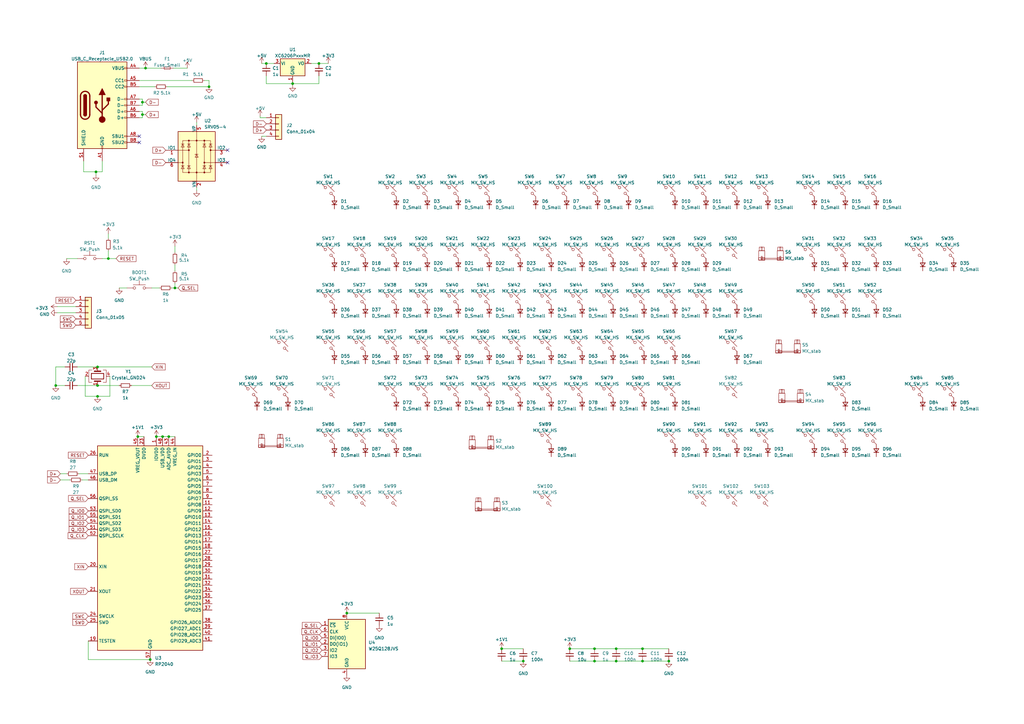
<source format=kicad_sch>
(kicad_sch (version 20230121) (generator eeschema)
  (paper "A3")
  (junction (at 56.515 179.07))
  (junction (at 71.755 118.11))
  (junction (at 233.68 266.065))
  (junction (at 243.84 266.065))
  (junction (at 40.005 158.115))
  (junction (at 252.73 271.145))
  (junction (at 59.69 27.94))
  (junction (at 243.84 271.145))
  (junction (at 274.32 271.145))
  (junction (at 252.73 266.065))
  (junction (at 205.74 266.065))
  (junction (at 263.525 271.145))
  (junction (at 263.525 266.065))
  (junction (at 214.63 271.145))
  (junction (at 66.675 179.07))
  (junction (at 64.135 179.07))
  (junction (at 85.725 35.56))
  (junction (at 130.81 26.035))
  (junction (at 44.45 106.045))
  (junction (at 22.86 158.115))
  (junction (at 40.005 150.495))
  (junction (at 58.42 46.99))
  (junction (at 39.37 70.485))
  (junction (at 40.005 162.56))
  (junction (at 61.595 270.51))
  (junction (at 69.215 179.07))
  (junction (at 109.22 26.035))
  (junction (at 120.015 34.29))
  (junction (at 142.24 251.46))
  (junction (at 58.42 41.91))
  (no_connect (at 57.15 58.42))
  (no_connect (at 93.345 61.595))
  (no_connect (at 57.15 55.88))
  (no_connect (at 93.345 66.675))
  (wire (pts (xy 59.69 27.94) (xy 66.04 27.94)))
  (wire (pts (xy 56.515 179.07) (xy 59.055 179.07)))
  (wire (pts (xy 59.69 41.91) (xy 58.42 41.91)))
  (wire (pts (xy 57.15 43.18) (xy 58.42 43.18)))
  (wire (pts (xy 57.15 48.26) (xy 58.42 48.26)))
  (wire (pts (xy 33.655 196.85) (xy 36.195 196.85)))
  (wire (pts (xy 233.68 271.145) (xy 243.84 271.145)))
  (wire (pts (xy 40.005 150.495) (xy 62.23 150.495)))
  (wire (pts (xy 39.37 70.485) (xy 41.91 70.485)))
  (wire (pts (xy 40.005 162.56) (xy 45.085 162.56)))
  (wire (pts (xy 58.42 48.26) (xy 58.42 46.99)))
  (wire (pts (xy 106.68 47.625) (xy 106.68 48.26)))
  (wire (pts (xy 31.75 150.495) (xy 40.005 150.495)))
  (wire (pts (xy 107.315 55.88) (xy 109.22 55.88)))
  (wire (pts (xy 71.755 100.965) (xy 71.755 103.505)))
  (wire (pts (xy 243.84 271.145) (xy 252.73 271.145)))
  (wire (pts (xy 22.86 158.115) (xy 26.67 158.115)))
  (wire (pts (xy 109.22 26.035) (xy 112.395 26.035)))
  (wire (pts (xy 130.81 34.29) (xy 130.81 31.115)))
  (wire (pts (xy 34.925 154.305) (xy 34.925 162.56)))
  (wire (pts (xy 233.68 266.065) (xy 243.84 266.065)))
  (wire (pts (xy 47.625 106.045) (xy 44.45 106.045)))
  (wire (pts (xy 205.74 271.145) (xy 214.63 271.145)))
  (wire (pts (xy 252.73 266.065) (xy 263.525 266.065)))
  (wire (pts (xy 39.37 71.755) (xy 39.37 70.485)))
  (wire (pts (xy 68.58 35.56) (xy 85.725 35.56)))
  (wire (pts (xy 48.895 118.11) (xy 52.07 118.11)))
  (wire (pts (xy 205.74 266.065) (xy 214.63 266.065)))
  (wire (pts (xy 66.675 179.07) (xy 69.215 179.07)))
  (wire (pts (xy 44.45 102.87) (xy 44.45 106.045)))
  (wire (pts (xy 57.15 27.94) (xy 59.69 27.94)))
  (wire (pts (xy 85.725 33.02) (xy 83.82 33.02)))
  (wire (pts (xy 58.42 45.72) (xy 58.42 46.99)))
  (wire (pts (xy 71.755 118.11) (xy 73.025 118.11)))
  (wire (pts (xy 34.29 70.485) (xy 39.37 70.485)))
  (wire (pts (xy 23.495 128.27) (xy 31.115 128.27)))
  (wire (pts (xy 40.005 158.115) (xy 48.895 158.115)))
  (wire (pts (xy 58.42 41.91) (xy 58.42 43.18)))
  (wire (pts (xy 120.015 34.925) (xy 120.015 34.29)))
  (wire (pts (xy 36.195 262.89) (xy 36.195 270.51)))
  (wire (pts (xy 31.75 158.115) (xy 40.005 158.115)))
  (wire (pts (xy 57.15 40.64) (xy 58.42 40.64)))
  (wire (pts (xy 32.385 194.31) (xy 36.195 194.31)))
  (wire (pts (xy 41.91 70.485) (xy 41.91 66.04)))
  (wire (pts (xy 71.12 27.94) (xy 76.835 27.94)))
  (wire (pts (xy 252.73 271.145) (xy 263.525 271.145)))
  (wire (pts (xy 57.15 45.72) (xy 58.42 45.72)))
  (wire (pts (xy 142.24 251.46) (xy 155.575 251.46)))
  (wire (pts (xy 58.42 46.99) (xy 59.69 46.99)))
  (wire (pts (xy 70.485 118.11) (xy 71.755 118.11)))
  (wire (pts (xy 24.765 194.31) (xy 27.305 194.31)))
  (wire (pts (xy 263.525 271.145) (xy 274.32 271.145)))
  (wire (pts (xy 58.42 40.64) (xy 58.42 41.91)))
  (wire (pts (xy 109.22 31.115) (xy 109.22 34.29)))
  (wire (pts (xy 127.635 26.035) (xy 130.81 26.035)))
  (wire (pts (xy 57.15 35.56) (xy 63.5 35.56)))
  (wire (pts (xy 57.15 33.02) (xy 78.74 33.02)))
  (wire (pts (xy 62.23 118.11) (xy 65.405 118.11)))
  (wire (pts (xy 109.22 34.29) (xy 120.015 34.29)))
  (wire (pts (xy 80.645 78.105) (xy 80.645 76.835)))
  (wire (pts (xy 34.29 66.04) (xy 34.29 70.485)))
  (wire (pts (xy 28.575 196.85) (xy 24.765 196.85)))
  (wire (pts (xy 34.925 162.56) (xy 40.005 162.56)))
  (wire (pts (xy 80.645 50.165) (xy 80.645 51.435)))
  (wire (pts (xy 71.755 108.585) (xy 71.755 111.125)))
  (wire (pts (xy 36.195 270.51) (xy 61.595 270.51)))
  (wire (pts (xy 26.67 150.495) (xy 22.86 150.495)))
  (wire (pts (xy 27.305 106.045) (xy 31.75 106.045)))
  (wire (pts (xy 130.81 26.035) (xy 134.62 26.035)))
  (wire (pts (xy 85.725 35.56) (xy 85.725 33.02)))
  (wire (pts (xy 243.84 266.065) (xy 252.73 266.065)))
  (wire (pts (xy 120.015 34.29) (xy 130.81 34.29)))
  (wire (pts (xy 22.86 150.495) (xy 22.86 158.115)))
  (wire (pts (xy 71.755 116.205) (xy 71.755 118.11)))
  (wire (pts (xy 107.315 26.035) (xy 109.22 26.035)))
  (wire (pts (xy 23.495 125.73) (xy 31.115 125.73)))
  (wire (pts (xy 44.45 95.885) (xy 44.45 97.79)))
  (wire (pts (xy 263.525 266.065) (xy 274.32 266.065)))
  (wire (pts (xy 106.68 48.26) (xy 109.22 48.26)))
  (wire (pts (xy 69.215 179.07) (xy 71.755 179.07)))
  (wire (pts (xy 120.015 34.29) (xy 120.015 33.655)))
  (wire (pts (xy 64.135 179.07) (xy 66.675 179.07)))
  (wire (pts (xy 53.975 158.115) (xy 62.23 158.115)))
  (wire (pts (xy 44.45 106.045) (xy 41.91 106.045)))
  (wire (pts (xy 45.085 162.56) (xy 45.085 154.305)))
  (global_label "XOUT" (shape input) (at 36.195 242.57 180) (property "Intersheetrefs" "${INTERSHEET_REFS}" (effects hide)))
  (global_label "SWD" (shape input) (at 31.115 133.35 180) (property "Intersheetrefs" "${INTERSHEET_REFS}" (effects hide)))
  (global_label "RESET" (shape input) (at 31.115 123.19 180) (property "Intersheetrefs" "${INTERSHEET_REFS}" (effects hide)))
  (global_label "Q_IO1" (shape input) (at 132.08 264.16 180) (property "Intersheetrefs" "${INTERSHEET_REFS}" (effects hide)))
  (global_label "D-" (shape input) (at 59.69 41.91 0) (property "Intersheetrefs" "${INTERSHEET_REFS}" (effects hide)))
  (global_label "Q_IO2" (shape input) (at 132.08 266.7 180) (property "Intersheetrefs" "${INTERSHEET_REFS}" (effects hide)))
  (global_label "XOUT" (shape input) (at 62.23 158.115 0) (property "Intersheetrefs" "${INTERSHEET_REFS}" (effects hide)))
  (global_label "Q_SEL" (shape input) (at 36.195 204.47 180) (property "Intersheetrefs" "${INTERSHEET_REFS}" (effects hide)))
  (global_label "Q_IO2" (shape input) (at 36.195 214.63 180) (property "Intersheetrefs" "${INTERSHEET_REFS}" (effects hide)))
  (global_label "Q_SEL" (shape input) (at 73.025 118.11 0) (property "Intersheetrefs" "${INTERSHEET_REFS}" (effects hide)))
  (global_label "D-" (shape input) (at 67.945 66.675 180) (property "Intersheetrefs" "${INTERSHEET_REFS}" (effects hide)))
  (global_label "D+" (shape input) (at 59.69 46.99 0) (property "Intersheetrefs" "${INTERSHEET_REFS}" (effects hide)))
  (global_label "Q_IO3" (shape input) (at 132.08 269.24 180) (property "Intersheetrefs" "${INTERSHEET_REFS}" (effects hide)))
  (global_label "Q_CLK" (shape input) (at 132.08 259.08 180) (property "Intersheetrefs" "${INTERSHEET_REFS}" (effects hide)))
  (global_label "D-" (shape input) (at 24.765 196.85 180) (property "Intersheetrefs" "${INTERSHEET_REFS}" (effects hide)))
  (global_label "Q_IO3" (shape input) (at 36.195 217.17 180) (property "Intersheetrefs" "${INTERSHEET_REFS}" (effects hide)))
  (global_label "D+" (shape input) (at 24.765 194.31 180) (property "Intersheetrefs" "${INTERSHEET_REFS}" (effects hide)))
  (global_label "RESET" (shape input) (at 36.195 186.69 180) (property "Intersheetrefs" "${INTERSHEET_REFS}" (effects hide)))
  (global_label "D+" (shape input) (at 109.22 53.34 180) (property "Intersheetrefs" "${INTERSHEET_REFS}" (effects hide)))
  (global_label "D-" (shape input) (at 109.22 50.8 180) (property "Intersheetrefs" "${INTERSHEET_REFS}" (effects hide)))
  (global_label "Q_SEL" (shape input) (at 132.08 256.54 180) (property "Intersheetrefs" "${INTERSHEET_REFS}" (effects hide)))
  (global_label "D+" (shape input) (at 67.945 61.595 180) (property "Intersheetrefs" "${INTERSHEET_REFS}" (effects hide)))
  (global_label "SWC" (shape input) (at 36.195 252.73 180) (property "Intersheetrefs" "${INTERSHEET_REFS}" (effects hide)))
  (global_label "Q_CLK" (shape input) (at 36.195 219.71 180) (property "Intersheetrefs" "${INTERSHEET_REFS}" (effects hide)))
  (global_label "Q_IO0" (shape input) (at 36.195 209.55 180) (property "Intersheetrefs" "${INTERSHEET_REFS}" (effects hide)))
  (global_label "Q_IO1" (shape input) (at 36.195 212.09 180) (property "Intersheetrefs" "${INTERSHEET_REFS}" (effects hide)))
  (global_label "RESET" (shape input) (at 47.625 106.045 0) (property "Intersheetrefs" "${INTERSHEET_REFS}" (effects hide)))
  (global_label "Q_IO0" (shape input) (at 132.08 261.62 180) (property "Intersheetrefs" "${INTERSHEET_REFS}" (effects hide)))
  (global_label "SWD" (shape input) (at 36.195 255.27 180) (property "Intersheetrefs" "${INTERSHEET_REFS}" (effects hide)))
  (global_label "XIN" (shape input) (at 36.195 232.41 180) (property "Intersheetrefs" "${INTERSHEET_REFS}" (effects hide)))
  (global_label "SWC" (shape input) (at 31.115 130.81 180) (property "Intersheetrefs" "${INTERSHEET_REFS}" (effects hide)))
  (global_label "XIN" (shape input) (at 62.23 150.495 0) (property "Intersheetrefs" "${INTERSHEET_REFS}" (effects hide)))
  (symbol (lib_id "Device:C_Small") (at 252.73 268.605 0) (unit 1)
    (property "Reference" "C10" (at 255.905 267.9763 0) (effects (justify left)))
    (property "Value" "100n" (at 255.905 270.5163 0) (effects (justify left)))
    (property "Footprint" "Capacitor_SMD:C_0402_1005Metric" (effects hide))
  )
  (symbol (lib_id "Regulator_Linear:XC6206PxxxMR") (at 120.015 26.035 0) (unit 1)
    (property "Reference" "U1" (at 120.015 20.32 0))
    (property "Value" "XC6206PxxxMR" (at 120.015 22.86 0))
    (property "Footprint" "Package_TO_SOT_SMD:SOT-23-3" (effects hide))
    (property "Datasheet" "https://www.torexsemi.com/file/xc6206/XC6206.pdf" (effects hide))
  )
  (symbol (lib_id "marbastlib-mx:MX_SW_HS") (at 344.17 160.655 0) (unit 1)
    (property "Reference" "SW83" (at 344.17 154.94 0))
    (property "Value" "MX_SW_HS" (at 344.17 157.48 0))
    (property "Footprint" "marbastlib-mx:SW_MX_HS_1u" (effects hide))
  )
  (symbol (lib_id "Device:D_Small") (at 200.66 127.635 90) (unit 1)
    (property "Reference" "D41" (at 203.2 127 90) (effects (justify right)))
    (property "Value" "D_Small" (at 203.2 129.54 90) (effects (justify right)))
    (property "Footprint" "Diode_SMD:D_SOD-123" (effects hide))
    (property "Sim.Device" "D" (effects hide))
    (property "Sim.Pins" "1=K 2=A" (effects hide))
  )
  (symbol (lib_id "marbastlib-mx:MX_SW_HS") (at 274.32 179.705 0) (unit 1)
    (property "Reference" "SW90" (at 274.32 173.99 0))
    (property "Value" "MX_SW_HS" (at 274.32 176.53 0))
    (property "Footprint" "PCM_marbastlib-mx:SW_MX_HS_1.25u" (effects hide))
  )
  (symbol (lib_id "marbastlib-mx:MX_SW_HS") (at 299.72 78.105 0) (unit 1)
    (property "Reference" "SW12" (at 299.72 72.39 0))
    (property "Value" "MX_SW_HS" (at 299.72 74.93 0))
    (property "Footprint" "marbastlib-mx:SW_MX_HS_1u" (effects hide))
  )
  (symbol (lib_id "Device:R_Small") (at 31.115 196.85 90) (unit 1)
    (property "Reference" "R9" (at 31.115 199.39 90))
    (property "Value" "27" (at 31.115 201.93 90))
    (property "Footprint" "Resistor_SMD:R_0402_1005Metric" (effects hide))
  )
  (symbol (lib_id "Device:D_Small") (at 226.06 127.635 90) (unit 1)
    (property "Reference" "D43" (at 228.6 127 90) (effects (justify right)))
    (property "Value" "D_Small" (at 228.6 129.54 90) (effects (justify right)))
    (property "Footprint" "Diode_SMD:D_SOD-123" (effects hide))
    (property "Sim.Device" "D" (effects hide))
    (property "Sim.Pins" "1=K 2=A" (effects hide))
  )
  (symbol (lib_id "Device:D_Small") (at 276.86 108.585 90) (unit 1)
    (property "Reference" "D28" (at 279.4 107.95 90) (effects (justify right)))
    (property "Value" "D_Small" (at 279.4 110.49 90) (effects (justify right)))
    (property "Footprint" "Diode_SMD:D_SOD-123" (effects hide))
    (property "Sim.Device" "D" (effects hide))
    (property "Sim.Pins" "1=K 2=A" (effects hide))
  )
  (symbol (lib_id "marbastlib-mx:MX_SW_HS") (at 134.62 78.105 0) (unit 1)
    (property "Reference" "SW1" (at 134.62 72.39 0))
    (property "Value" "MX_SW_HS" (at 134.62 74.93 0))
    (property "Footprint" "marbastlib-mx:SW_MX_HS_1u" (effects hide))
  )
  (symbol (lib_id "power:+5V") (at 107.315 26.035 0) (unit 1)
    (property "Reference" "#PWR01" (effects hide))
    (property "Value" "+5V" (at 107.315 22.86 0))
  )
  (symbol (lib_id "marbastlib-mx:MX_SW_HS") (at 210.82 103.505 0) (unit 1)
    (property "Reference" "SW23" (at 210.82 97.79 0))
    (property "Value" "MX_SW_HS" (at 210.82 100.33 0))
    (property "Footprint" "marbastlib-mx:SW_MX_HS_1u" (effects hide))
  )
  (symbol (lib_id "Device:D_Small") (at 238.76 108.585 90) (unit 1)
    (property "Reference" "D25" (at 241.3 107.95 90) (effects (justify right)))
    (property "Value" "D_Small" (at 241.3 110.49 90) (effects (justify right)))
    (property "Footprint" "Diode_SMD:D_SOD-123" (effects hide))
    (property "Sim.Device" "D" (effects hide))
    (property "Sim.Pins" "1=K 2=A" (effects hide))
  )
  (symbol (lib_id "marbastlib-mx:MX_SW_HS") (at 223.52 141.605 0) (unit 1)
    (property "Reference" "SW62" (at 223.52 135.89 0))
    (property "Value" "MX_SW_HS" (at 223.52 138.43 0))
    (property "Footprint" "marbastlib-mx:SW_MX_HS_1u" (effects hide))
  )
  (symbol (lib_id "Device:D_Small") (at 378.46 165.735 90) (unit 1)
    (property "Reference" "D84" (at 381 165.1 90) (effects (justify right)))
    (property "Value" "D_Small" (at 381 167.64 90) (effects (justify right)))
    (property "Footprint" "Diode_SMD:D_SOD-123" (effects hide))
    (property "Sim.Device" "D" (effects hide))
    (property "Sim.Pins" "1=K 2=A" (effects hide))
  )
  (symbol (lib_id "Device:D_Small") (at 219.71 83.185 90) (unit 1)
    (property "Reference" "D6" (at 222.25 82.55 90) (effects (justify right)))
    (property "Value" "D_Small" (at 222.25 85.09 90) (effects (justify right)))
    (property "Footprint" "Diode_SMD:D_SOD-123" (effects hide))
    (property "Sim.Device" "D" (effects hide))
    (property "Sim.Pins" "1=K 2=A" (effects hide))
  )
  (symbol (lib_id "Device:D_Small") (at 302.26 146.685 90) (unit 1)
    (property "Reference" "D67" (at 304.8 146.05 90) (effects (justify right)))
    (property "Value" "D_Small" (at 304.8 148.59 90) (effects (justify right)))
    (property "Footprint" "Diode_SMD:D_SOD-123" (effects hide))
    (property "Sim.Device" "D" (effects hide))
    (property "Sim.Pins" "1=K 2=A" (effects hide))
  )
  (symbol (lib_id "marbastlib-mx:MX_SW_HS") (at 248.92 122.555 0) (unit 1)
    (property "Reference" "SW45" (at 248.92 116.84 0))
    (property "Value" "MX_SW_HS" (at 248.92 119.38 0))
    (property "Footprint" "marbastlib-mx:SW_MX_HS_1u" (effects hide))
  )
  (symbol (lib_id "power:+3V3") (at 23.495 125.73 90) (unit 1)
    (property "Reference" "#PWR016" (effects hide))
    (property "Value" "+3V3" (at 19.685 126.365 90) (effects (justify left)))
  )
  (symbol (lib_id "marbastlib-mx:MX_SW_HS") (at 356.87 122.555 0) (unit 1)
    (property "Reference" "SW52" (at 356.87 116.84 0))
    (property "Value" "MX_SW_HS" (at 356.87 119.38 0))
    (property "Footprint" "marbastlib-mx:SW_MX_HS_1u" (effects hide))
  )
  (symbol (lib_id "Device:D_Small") (at 187.96 83.185 90) (unit 1)
    (property "Reference" "D4" (at 190.5 82.55 90) (effects (justify right)))
    (property "Value" "D_Small" (at 190.5 85.09 90) (effects (justify right)))
    (property "Footprint" "Diode_SMD:D_SOD-123" (effects hide))
    (property "Sim.Device" "D" (effects hide))
    (property "Sim.Pins" "1=K 2=A" (effects hide))
  )
  (symbol (lib_id "marbastlib-mx:MX_SW_HS") (at 261.62 160.655 0) (unit 1)
    (property "Reference" "SW80" (at 261.62 154.94 0))
    (property "Value" "MX_SW_HS" (at 261.62 157.48 0))
    (property "Footprint" "marbastlib-mx:SW_MX_HS_1u" (effects hide))
  )
  (symbol (lib_id "PCM_marbastlib-mx:MX_stab") (at 316.23 104.14 0) (unit 1)
    (property "Reference" "S6" (at 321.945 103.378 0) (effects (justify left)))
    (property "Value" "MX_stab" (at 321.945 105.918 0) (effects (justify left)))
    (property "Footprint" "PCM_marbastlib-mx:STAB_MX_P_2u" (effects hide))
  )
  (symbol (lib_id "Device:D_Small") (at 162.56 184.785 90) (unit 1)
    (property "Reference" "D88" (at 165.1 184.15 90) (effects (justify right)))
    (property "Value" "D_Small" (at 165.1 186.69 90) (effects (justify right)))
    (property "Footprint" "Diode_SMD:D_SOD-123" (effects hide))
    (property "Sim.Device" "D" (effects hide))
    (property "Sim.Pins" "1=K 2=A" (effects hide))
  )
  (symbol (lib_id "Device:D_Small") (at 162.56 108.585 90) (unit 1)
    (property "Reference" "D19" (at 165.1 107.95 90) (effects (justify right)))
    (property "Value" "D_Small" (at 165.1 110.49 90) (effects (justify right)))
    (property "Footprint" "Diode_SMD:D_SOD-123" (effects hide))
    (property "Sim.Device" "D" (effects hide))
    (property "Sim.Pins" "1=K 2=A" (effects hide))
  )
  (symbol (lib_id "Device:D_Small") (at 289.56 127.635 90) (unit 1)
    (property "Reference" "D48" (at 292.1 127 90) (effects (justify right)))
    (property "Value" "D_Small" (at 292.1 129.54 90) (effects (justify right)))
    (property "Footprint" "Diode_SMD:D_SOD-123" (effects hide))
    (property "Sim.Device" "D" (effects hide))
    (property "Sim.Pins" "1=K 2=A" (effects hide))
  )
  (symbol (lib_id "Device:D_Small") (at 276.86 146.685 90) (unit 1)
    (property "Reference" "D66" (at 279.4 146.05 90) (effects (justify right)))
    (property "Value" "D_Small" (at 279.4 148.59 90) (effects (justify right)))
    (property "Footprint" "Diode_SMD:D_SOD-123" (effects hide))
    (property "Sim.Device" "D" (effects hide))
    (property "Sim.Pins" "1=K 2=A" (effects hide))
  )
  (symbol (lib_id "power:+3V3") (at 233.68 266.065 0) (unit 1)
    (property "Reference" "#PWR025" (effects hide))
    (property "Value" "+3V3" (at 233.68 262.255 0))
  )
  (symbol (lib_id "Device:D_Small") (at 213.36 146.685 90) (unit 1)
    (property "Reference" "D61" (at 215.9 146.05 90) (effects (justify right)))
    (property "Value" "D_Small" (at 215.9 148.59 90) (effects (justify right)))
    (property "Footprint" "Diode_SMD:D_SOD-123" (effects hide))
    (property "Sim.Device" "D" (effects hide))
    (property "Sim.Pins" "1=K 2=A" (effects hide))
  )
  (symbol (lib_id "Device:D_Small") (at 226.06 184.785 90) (unit 1)
    (property "Reference" "D89" (at 228.6 184.15 90) (effects (justify right)))
    (property "Value" "D_Small" (at 228.6 186.69 90) (effects (justify right)))
    (property "Footprint" "Diode_SMD:D_SOD-123" (effects hide))
    (property "Sim.Device" "D" (effects hide))
    (property "Sim.Pins" "1=K 2=A" (effects hide))
  )
  (symbol (lib_id "Device:D_Small") (at 149.86 108.585 90) (unit 1)
    (property "Reference" "D18" (at 152.4 107.95 90) (effects (justify right)))
    (property "Value" "D_Small" (at 152.4 110.49 90) (effects (justify right)))
    (property "Footprint" "Diode_SMD:D_SOD-123" (effects hide))
    (property "Sim.Device" "D" (effects hide))
    (property "Sim.Pins" "1=K 2=A" (effects hide))
  )
  (symbol (lib_id "Device:D_Small") (at 137.16 83.185 90) (unit 1)
    (property "Reference" "D1" (at 139.7 82.55 90) (effects (justify right)))
    (property "Value" "D_Small" (at 139.7 85.09 90) (effects (justify right)))
    (property "Footprint" "Diode_SMD:D_SOD-123" (effects hide))
    (property "Sim.Device" "D" (effects hide))
    (property "Sim.Pins" "1=K 2=A" (effects hide))
  )
  (symbol (lib_id "marbastlib-mx:MX_SW_HS") (at 344.17 122.555 0) (unit 1)
    (property "Reference" "SW51" (at 344.17 116.84 0))
    (property "Value" "MX_SW_HS" (at 344.17 119.38 0))
    (property "Footprint" "marbastlib-mx:SW_MX_HS_1u" (effects hide))
  )
  (symbol (lib_id "marbastlib-mx:MX_SW_HS") (at 248.92 141.605 0) (unit 1)
    (property "Reference" "SW64" (at 248.92 135.89 0))
    (property "Value" "MX_SW_HS" (at 248.92 138.43 0))
    (property "Footprint" "marbastlib-mx:SW_MX_HS_1u" (effects hide))
  )
  (symbol (lib_id "Device:D_Small") (at 149.86 146.685 90) (unit 1)
    (property "Reference" "D56" (at 152.4 146.05 90) (effects (justify right)))
    (property "Value" "D_Small" (at 152.4 148.59 90) (effects (justify right)))
    (property "Footprint" "Diode_SMD:D_SOD-123" (effects hide))
    (property "Sim.Device" "D" (effects hide))
    (property "Sim.Pins" "1=K 2=A" (effects hide))
  )
  (symbol (lib_id "Device:D_Small") (at 289.56 83.185 90) (unit 1)
    (property "Reference" "D11" (at 292.1 82.55 90) (effects (justify right)))
    (property "Value" "D_Small" (at 292.1 85.09 90) (effects (justify right)))
    (property "Footprint" "Diode_SMD:D_SOD-123" (effects hide))
    (property "Sim.Device" "D" (effects hide))
    (property "Sim.Pins" "1=K 2=A" (effects hide))
  )
  (symbol (lib_id "marbastlib-mx:MX_SW_HS") (at 223.52 179.705 0) (unit 1)
    (property "Reference" "SW89" (at 223.52 173.99 0))
    (property "Value" "MX_SW_HS" (at 223.52 176.53 0))
    (property "Footprint" "marbastlib-mx:SW_MX_HS_1u" (effects hide))
  )
  (symbol (lib_id "marbastlib-mx:MX_SW_HS") (at 134.62 179.705 0) (unit 1)
    (property "Reference" "SW86" (at 134.62 173.99 0))
    (property "Value" "MX_SW_HS" (at 134.62 176.53 0))
    (property "Footprint" "PCM_marbastlib-mx:SW_MX_HS_1.25u" (effects hide))
  )
  (symbol (lib_id "power:GND") (at 107.315 55.88 0) (unit 1)
    (property "Reference" "#PWR09" (effects hide))
    (property "Value" "GND" (at 107.315 60.325 0))
  )
  (symbol (lib_id "power:+3V3") (at 134.62 26.035 0) (unit 1)
    (property "Reference" "#PWR02" (effects hide))
    (property "Value" "+3V3" (at 134.62 22.86 0))
  )
  (symbol (lib_id "marbastlib-mx:MX_SW_HS") (at 198.12 141.605 0) (unit 1)
    (property "Reference" "SW60" (at 198.12 135.89 0))
    (property "Value" "MX_SW_HS" (at 198.12 138.43 0))
    (property "Footprint" "marbastlib-mx:SW_MX_HS_1u" (effects hide))
  )
  (symbol (lib_id "Device:D_Small") (at 118.11 165.735 90) (unit 1)
    (property "Reference" "D70" (at 120.65 165.1 90) (effects (justify right)))
    (property "Value" "D_Small" (at 120.65 167.64 90) (effects (justify right)))
    (property "Footprint" "Diode_SMD:D_SOD-123" (effects hide))
    (property "Sim.Device" "D" (effects hide))
    (property "Sim.Pins" "1=K 2=A" (effects hide))
  )
  (symbol (lib_id "Device:D_Small") (at 137.16 127.635 90) (unit 1)
    (property "Reference" "D36" (at 139.7 127 90) (effects (justify right)))
    (property "Value" "D_Small" (at 139.7 129.54 90) (effects (justify right)))
    (property "Footprint" "Diode_SMD:D_SOD-123" (effects hide))
    (property "Sim.Device" "D" (effects hide))
    (property "Sim.Pins" "1=K 2=A" (effects hide))
  )
  (symbol (lib_id "Device:D_Small") (at 264.16 146.685 90) (unit 1)
    (property "Reference" "D65" (at 266.7 146.05 90) (effects (justify right)))
    (property "Value" "D_Small" (at 266.7 148.59 90) (effects (justify right)))
    (property "Footprint" "Diode_SMD:D_SOD-123" (effects hide))
    (property "Sim.Device" "D" (effects hide))
    (property "Sim.Pins" "1=K 2=A" (effects hide))
  )
  (symbol (lib_id "power:+5V") (at 80.645 50.165 0) (unit 1)
    (property "Reference" "#PWR08" (effects hide))
    (property "Value" "+5V" (at 80.645 46.99 0))
  )
  (symbol (lib_id "Device:D_Small") (at 162.56 127.635 90) (unit 1)
    (property "Reference" "D38" (at 165.1 127 90) (effects (justify right)))
    (property "Value" "D_Small" (at 165.1 129.54 90) (effects (justify right)))
    (property "Footprint" "Diode_SMD:D_SOD-123" (effects hide))
    (property "Sim.Device" "D" (effects hide))
    (property "Sim.Pins" "1=K 2=A" (effects hide))
  )
  (symbol (lib_id "power:+3V3") (at 64.135 179.07 0) (unit 1)
    (property "Reference" "#PWR021" (effects hide))
    (property "Value" "+3V3" (at 64.135 175.26 0))
  )
  (symbol (lib_id "marbastlib-mx:MX_SW_HS") (at 223.52 205.105 0) (unit 1)
    (property "Reference" "SW100" (at 223.52 199.39 0))
    (property "Value" "MX_SW_HS" (at 223.52 201.93 0))
    (property "Footprint" "marbastlib-mx:SW_MX_HS_1u" (effects hide))
  )
  (symbol (lib_id "marbastlib-mx:MX_SW_HS") (at 160.02 103.505 0) (unit 1)
    (property "Reference" "SW19" (at 160.02 97.79 0))
    (property "Value" "MX_SW_HS" (at 160.02 100.33 0))
    (property "Footprint" "marbastlib-mx:SW_MX_HS_1u" (effects hide))
  )
  (symbol (lib_id "marbastlib-mx:MX_SW_HS") (at 274.32 160.655 0) (unit 1)
    (property "Reference" "SW81" (at 274.32 154.94 0))
    (property "Value" "MX_SW_HS" (at 274.32 157.48 0))
    (property "Footprint" "marbastlib-mx:SW_MX_HS_1u" (effects hide))
  )
  (symbol (lib_id "power:GND") (at 142.24 276.86 0) (unit 1)
    (property "Reference" "#PWR029" (effects hide))
    (property "Value" "GND" (at 142.24 281.94 0))
  )
  (symbol (lib_id "marbastlib-mx:MX_SW_HS") (at 147.32 179.705 0) (unit 1)
    (property "Reference" "SW87" (at 147.32 173.99 0))
    (property "Value" "MX_SW_HS" (at 147.32 176.53 0))
    (property "Footprint" "PCM_marbastlib-mx:SW_MX_HS_1.25u" (effects hide))
  )
  (symbol (lib_id "Device:D_Small") (at 200.66 146.685 90) (unit 1)
    (property "Reference" "D60" (at 203.2 146.05 90) (effects (justify right)))
    (property "Value" "D_Small" (at 203.2 148.59 90) (effects (justify right)))
    (property "Footprint" "Diode_SMD:D_SOD-123" (effects hide))
    (property "Sim.Device" "D" (effects hide))
    (property "Sim.Pins" "1=K 2=A" (effects hide))
  )
  (symbol (lib_id "Device:D_Small") (at 175.26 127.635 90) (unit 1)
    (property "Reference" "D39" (at 177.8 127 90) (effects (justify right)))
    (property "Value" "D_Small" (at 177.8 129.54 90) (effects (justify right)))
    (property "Footprint" "Diode_SMD:D_SOD-123" (effects hide))
    (property "Sim.Device" "D" (effects hide))
    (property "Sim.Pins" "1=K 2=A" (effects hide))
  )
  (symbol (lib_id "MCU_RaspberryPi:RP2040") (at 61.595 224.79 0) (unit 1)
    (property "Reference" "U3" (at 63.5509 269.875 0) (effects (justify left)))
    (property "Value" "RP2040" (at 63.5509 272.415 0) (effects (justify left)))
    (property "Footprint" "Package_DFN_QFN:QFN-56-1EP_7x7mm_P0.4mm_EP3.2x3.2mm" (effects hide))
    (property "Datasheet" "https://datasheets.raspberrypi.com/rp2040/rp2040-datasheet.pdf" (effects hide))
  )
  (symbol (lib_id "Device:D_Small") (at 149.86 184.785 90) (unit 1)
    (property "Reference" "D87" (at 152.4 184.15 90) (effects (justify right)))
    (property "Value" "D_Small" (at 152.4 186.69 90) (effects (justify right)))
    (property "Footprint" "Diode_SMD:D_SOD-123" (effects hide))
    (property "Sim.Device" "D" (effects hide))
    (property "Sim.Pins" "1=K 2=A" (effects hide))
  )
  (symbol (lib_id "Device:D_Small") (at 226.06 146.685 90) (unit 1)
    (property "Reference" "D62" (at 228.6 146.05 90) (effects (justify right)))
    (property "Value" "D_Small" (at 228.6 148.59 90) (effects (justify right)))
    (property "Footprint" "Diode_SMD:D_SOD-123" (effects hide))
    (property "Sim.Device" "D" (effects hide))
    (property "Sim.Pins" "1=K 2=A" (effects hide))
  )
  (symbol (lib_id "Device:D_Small") (at 391.16 165.735 90) (unit 1)
    (property "Reference" "D85" (at 393.7 165.1 90) (effects (justify right)))
    (property "Value" "D_Small" (at 393.7 167.64 90) (effects (justify right)))
    (property "Footprint" "Diode_SMD:D_SOD-123" (effects hide))
    (property "Sim.Device" "D" (effects hide))
    (property "Sim.Pins" "1=K 2=A" (effects hide))
  )
  (symbol (lib_id "Device:D_Small") (at 257.81 83.185 90) (unit 1)
    (property "Reference" "D9" (at 260.35 82.55 90) (effects (justify right)))
    (property "Value" "D_Small" (at 260.35 85.09 90) (effects (justify right)))
    (property "Footprint" "Diode_SMD:D_SOD-123" (effects hide))
    (property "Sim.Device" "D" (effects hide))
    (property "Sim.Pins" "1=K 2=A" (effects hide))
  )
  (symbol (lib_id "Device:D_Small") (at 334.01 127.635 90) (unit 1)
    (property "Reference" "D50" (at 336.55 127 90) (effects (justify right)))
    (property "Value" "D_Small" (at 336.55 129.54 90) (effects (justify right)))
    (property "Footprint" "Diode_SMD:D_SOD-123" (effects hide))
    (property "Sim.Device" "D" (effects hide))
    (property "Sim.Pins" "1=K 2=A" (effects hide))
  )
  (symbol (lib_id "marbastlib-mx:MX_SW_HS") (at 147.32 141.605 0) (unit 1)
    (property "Reference" "SW56" (at 147.32 135.89 0))
    (property "Value" "MX_SW_HS" (at 147.32 138.43 0))
    (property "Footprint" "marbastlib-mx:SW_MX_HS_1u" (effects hide))
  )
  (symbol (lib_id "marbastlib-mx:MX_SW_HS") (at 210.82 160.655 0) (unit 1)
    (property "Reference" "SW76" (at 210.82 154.94 0))
    (property "Value" "MX_SW_HS" (at 210.82 157.48 0))
    (property "Footprint" "marbastlib-mx:SW_MX_HS_1u" (effects hide))
  )
  (symbol (lib_id "marbastlib-mx:MX_SW_HS") (at 160.02 179.705 0) (unit 1)
    (property "Reference" "SW88" (at 160.02 173.99 0))
    (property "Value" "MX_SW_HS" (at 160.02 176.53 0))
    (property "Footprint" "PCM_marbastlib-mx:SW_MX_HS_1.25u" (effects hide))
  )
  (symbol (lib_id "marbastlib-mx:MX_SW_HS") (at 102.87 160.655 0) (unit 1)
    (property "Reference" "SW69" (at 102.87 154.94 0))
    (property "Value" "MX_SW_HS" (at 102.87 157.48 0))
    (property "Footprint" "PCM_marbastlib-mx:SW_MX_HS_1.25u" (effects hide))
  )
  (symbol (lib_id "marbastlib-mx:MX_SW_HS") (at 242.57 78.105 0) (unit 1)
    (property "Reference" "SW8" (at 242.57 72.39 0))
    (property "Value" "MX_SW_HS" (at 242.57 74.93 0))
    (property "Footprint" "marbastlib-mx:SW_MX_HS_1u" (effects hide))
  )
  (symbol (lib_id "marbastlib-mx:MX_SW_HS") (at 160.02 78.105 0) (unit 1)
    (property "Reference" "SW2" (at 160.02 72.39 0))
    (property "Value" "MX_SW_HS" (at 160.02 74.93 0))
    (property "Footprint" "marbastlib-mx:SW_MX_HS_1u" (effects hide))
  )
  (symbol (lib_id "marbastlib-mx:MX_SW_HS") (at 261.62 103.505 0) (unit 1)
    (property "Reference" "SW27" (at 261.62 97.79 0))
    (property "Value" "MX_SW_HS" (at 261.62 100.33 0))
    (property "Footprint" "marbastlib-mx:SW_MX_HS_1u" (effects hide))
  )
  (symbol (lib_id "power:VBUS") (at 59.69 27.94 0) (unit 1)
    (property "Reference" "#PWR03" (effects hide))
    (property "Value" "VBUS" (at 59.69 24.13 0))
  )
  (symbol (lib_id "marbastlib-mx:MX_SW_HS") (at 147.32 103.505 0) (unit 1)
    (property "Reference" "SW18" (at 147.32 97.79 0))
    (property "Value" "MX_SW_HS" (at 147.32 100.33 0))
    (property "Footprint" "marbastlib-mx:SW_MX_HS_1u" (effects hide))
  )
  (symbol (lib_id "Device:D_Small") (at 238.76 127.635 90) (unit 1)
    (property "Reference" "D44" (at 241.3 127 90) (effects (justify right)))
    (property "Value" "D_Small" (at 241.3 129.54 90) (effects (justify right)))
    (property "Footprint" "Diode_SMD:D_SOD-123" (effects hide))
    (property "Sim.Device" "D" (effects hide))
    (property "Sim.Pins" "1=K 2=A" (effects hide))
  )
  (symbol (lib_id "Connector:USB_C_Receptacle_USB2.0") (at 41.91 43.18 0) (unit 1)
    (property "Reference" "J1" (at 41.91 21.59 0))
    (property "Value" "USB_C_Receptacle_USB2.0" (at 41.91 24.13 0))
    (property "Footprint" "Connector_USB:USB_C_Receptacle_HRO_TYPE-C-31-M-12" (effects hide))
    (property "Datasheet" "https://www.usb.org/sites/default/files/documents/usb_type-c.zip" (effects hide))
  )
  (symbol (lib_id "Device:D_Small") (at 245.11 83.185 90) (unit 1)
    (property "Reference" "D8" (at 247.65 82.55 90) (effects (justify right)))
    (property "Value" "D_Small" (at 247.65 85.09 90) (effects (justify right)))
    (property "Footprint" "Diode_SMD:D_SOD-123" (effects hide))
    (property "Sim.Device" "D" (effects hide))
    (property "Sim.Pins" "1=K 2=A" (effects hide))
  )
  (symbol (lib_id "Switch:SW_Push") (at 57.15 118.11 0) (unit 1)
    (property "Reference" "BOOT1" (at 57.15 111.76 0))
    (property "Value" "SW_Push" (at 57.15 114.3 0))
    (property "Footprint" "Button_Switch_SMD:SW_SPST_TL3342" (effects hide))
  )
  (symbol (lib_id "Device:D_Small") (at 334.01 83.185 90) (unit 1)
    (property "Reference" "D14" (at 336.55 82.55 90) (effects (justify right)))
    (property "Value" "D_Small" (at 336.55 85.09 90) (effects (justify right)))
    (property "Footprint" "Diode_SMD:D_SOD-123" (effects hide))
    (property "Sim.Device" "D" (effects hide))
    (property "Sim.Pins" "1=K 2=A" (effects hide))
  )
  (symbol (lib_id "Device:D_Small") (at 187.96 108.585 90) (unit 1)
    (property "Reference" "D21" (at 190.5 107.95 90) (effects (justify right)))
    (property "Value" "D_Small" (at 190.5 110.49 90) (effects (justify right)))
    (property "Footprint" "Diode_SMD:D_SOD-123" (effects hide))
    (property "Sim.Device" "D" (effects hide))
    (property "Sim.Pins" "1=K 2=A" (effects hide))
  )
  (symbol (lib_id "Device:Crystal_GND24") (at 40.005 154.305 90) (unit 1)
    (property "Reference" "Y1" (at 52.705 152.3747 90))
    (property "Value" "Crystal_GND24" (at 52.705 154.9147 90))
    (property "Footprint" "Crystal:Crystal_SMD_3225-4Pin_3.2x2.5mm" (effects hide))
  )
  (symbol (lib_id "Device:D_Small") (at 289.56 184.785 90) (unit 1)
    (property "Reference" "D91" (at 292.1 184.15 90) (effects (justify right)))
    (property "Value" "D_Small" (at 292.1 186.69 90) (effects (justify right)))
    (property "Footprint" "Diode_SMD:D_SOD-123" (effects hide))
    (property "Sim.Device" "D" (effects hide))
    (property "Sim.Pins" "1=K 2=A" (effects hide))
  )
  (symbol (lib_id "marbastlib-mx:MX_SW_HS") (at 210.82 122.555 0) (unit 1)
    (property "Reference" "SW42" (at 210.82 116.84 0))
    (property "Value" "MX_SW_HS" (at 210.82 119.38 0))
    (property "Footprint" "marbastlib-mx:SW_MX_HS_1u" (effects hide))
  )
  (symbol (lib_id "marbastlib-mx:MX_SW_HS") (at 223.52 122.555 0) (unit 1)
    (property "Reference" "SW43" (at 223.52 116.84 0))
    (property "Value" "MX_SW_HS" (at 223.52 119.38 0))
    (property "Footprint" "marbastlib-mx:SW_MX_HS_1u" (effects hide))
  )
  (symbol (lib_id "Device:D_Small") (at 359.41 83.185 90) (unit 1)
    (property "Reference" "D16" (at 361.95 82.55 90) (effects (justify right)))
    (property "Value" "D_Small" (at 361.95 85.09 90) (effects (justify right)))
    (property "Footprint" "Diode_SMD:D_SOD-123" (effects hide))
    (property "Sim.Device" "D" (effects hide))
    (property "Sim.Pins" "1=K 2=A" (effects hide))
  )
  (symbol (lib_id "marbastlib-mx:MX_SW_HS") (at 331.47 78.105 0) (unit 1)
    (property "Reference" "SW14" (at 331.47 72.39 0))
    (property "Value" "MX_SW_HS" (at 331.47 74.93 0))
    (property "Footprint" "marbastlib-mx:SW_MX_HS_1u" (effects hide))
  )
  (symbol (lib_id "marbastlib-mx:MX_SW_HS") (at 375.92 103.505 0) (unit 1)
    (property "Reference" "SW34" (at 375.92 97.79 0))
    (property "Value" "MX_SW_HS" (at 375.92 100.33 0))
    (property "Footprint" "marbastlib-mx:SW_MX_HS_1u" (effects hide))
  )
  (symbol (lib_id "marbastlib-mx:MX_SW_HS") (at 312.42 78.105 0) (unit 1)
    (property "Reference" "SW13" (at 312.42 72.39 0))
    (property "Value" "MX_SW_HS" (at 312.42 74.93 0))
    (property "Footprint" "marbastlib-mx:SW_MX_HS_1u" (effects hide))
  )
  (symbol (lib_id "marbastlib-mx:MX_SW_HS") (at 356.87 78.105 0) (unit 1)
    (property "Reference" "SW16" (at 356.87 72.39 0))
    (property "Value" "MX_SW_HS" (at 356.87 74.93 0))
    (property "Footprint" "marbastlib-mx:SW_MX_HS_1u" (effects hide))
  )
  (symbol (lib_id "Device:D_Small") (at 213.36 127.635 90) (unit 1)
    (property "Reference" "D42" (at 215.9 127 90) (effects (justify right)))
    (property "Value" "D_Small" (at 215.9 129.54 90) (effects (justify right)))
    (property "Footprint" "Diode_SMD:D_SOD-123" (effects hide))
    (property "Sim.Device" "D" (effects hide))
    (property "Sim.Pins" "1=K 2=A" (effects hide))
  )
  (symbol (lib_id "Device:D_Small") (at 200.66 108.585 90) (unit 1)
    (property "Reference" "D22" (at 203.2 107.95 90) (effects (justify right)))
    (property "Value" "D_Small" (at 203.2 110.49 90) (effects (justify right)))
    (property "Footprint" "Diode_SMD:D_SOD-123" (effects hide))
    (property "Sim.Device" "D" (effects hide))
    (property "Sim.Pins" "1=K 2=A" (effects hide))
  )
  (symbol (lib_id "Device:D_Small") (at 105.41 165.735 90) (unit 1)
    (property "Reference" "D69" (at 107.95 165.1 90) (effects (justify right)))
    (property "Value" "D_Small" (at 107.95 167.64 90) (effects (justify right)))
    (property "Footprint" "Diode_SMD:D_SOD-123" (effects hide))
    (property "Sim.Device" "D" (effects hide))
    (property "Sim.Pins" "1=K 2=A" (effects hide))
  )
  (symbol (lib_id "Device:C_Small") (at 205.74 268.605 0) (unit 1)
    (property "Reference" "C6" (at 208.915 267.9763 0) (effects (justify left)))
    (property "Value" "1u" (at 208.915 270.5163 0) (effects (justify left)))
    (property "Footprint" "Capacitor_SMD:C_0402_1005Metric" (effects hide))
  )
  (symbol (lib_id "Device:C_Small") (at 214.63 268.605 0) (unit 1)
    (property "Reference" "C7" (at 217.805 267.9763 0) (effects (justify left)))
    (property "Value" "100n" (at 217.805 270.5163 0) (effects (justify left)))
    (property "Footprint" "Capacitor_SMD:C_0402_1005Metric" (effects hide))
  )
  (symbol (lib_id "PCM_marbastlib-mx:MX_stab") (at 324.485 162.56 0) (unit 1)
    (property "Reference" "S4" (at 330.2 161.798 0) (effects (justify left)))
    (property "Value" "MX_stab" (at 330.2 164.338 0) (effects (justify left)))
    (property "Footprint" "PCM_marbastlib-mx:STAB_MX_P_2.75u" (effects hide))
  )
  (symbol (lib_id "marbastlib-mx:MX_SW_HS") (at 160.02 122.555 0) (unit 1)
    (property "Reference" "SW38" (at 160.02 116.84 0))
    (property "Value" "MX_SW_HS" (at 160.02 119.38 0))
    (property "Footprint" "marbastlib-mx:SW_MX_HS_1u" (effects hide))
  )
  (symbol (lib_id "Device:D_Small") (at 264.16 165.735 90) (unit 1)
    (property "Reference" "D80" (at 266.7 165.1 90) (effects (justify right)))
    (property "Value" "D_Small" (at 266.7 167.64 90) (effects (justify right)))
    (property "Footprint" "Diode_SMD:D_SOD-123" (effects hide))
    (property "Sim.Device" "D" (effects hide))
    (property "Sim.Pins" "1=K 2=A" (effects hide))
  )
  (symbol (lib_id "power:GND") (at 23.495 128.27 270) (unit 1)
    (property "Reference" "#PWR017" (effects hide))
    (property "Value" "GND" (at 20.32 128.905 90) (effects (justify right)))
  )
  (symbol (lib_id "power:GND") (at 274.32 271.145 0) (unit 1)
    (property "Reference" "#PWR028" (effects hide))
    (property "Value" "GND" (at 274.32 276.225 0))
  )
  (symbol (lib_id "power:GND") (at 120.015 34.925 0) (unit 1)
    (property "Reference" "#PWR05" (effects hide))
    (property "Value" "GND" (at 120.015 39.37 0))
  )
  (symbol (lib_id "Device:D_Small") (at 359.41 127.635 90) (unit 1)
    (property "Reference" "D52" (at 361.95 127 90) (effects (justify right)))
    (property "Value" "D_Small" (at 361.95 129.54 90) (effects (justify right)))
    (property "Footprint" "Diode_SMD:D_SOD-123" (effects hide))
    (property "Sim.Device" "D" (effects hide))
    (property "Sim.Pins" "1=K 2=A" (effects hide))
  )
  (symbol (lib_id "Device:D_Small") (at 302.26 127.635 90) (unit 1)
    (property "Reference" "D49" (at 304.8 127 90) (effects (justify right)))
    (property "Value" "D_Small" (at 304.8 129.54 90) (effects (justify right)))
    (property "Footprint" "Diode_SMD:D_SOD-123" (effects hide))
    (property "Sim.Device" "D" (effects hide))
    (property "Sim.Pins" "1=K 2=A" (effects hide))
  )
  (symbol (lib_id "Switch:SW_Push") (at 36.83 106.045 0) (unit 1)
    (property "Reference" "RST1" (at 36.83 99.695 0))
    (property "Value" "SW_Push" (at 36.83 102.235 0))
    (property "Footprint" "Button_Switch_SMD:SW_SPST_TL3342" (effects hide))
  )
  (symbol (lib_id "power:+3V3") (at 142.24 251.46 0) (unit 1)
    (property "Reference" "#PWR022" (effects hide))
    (property "Value" "+3V3" (at 142.24 247.65 0))
  )
  (symbol (lib_id "power:+1V1") (at 56.515 179.07 0) (unit 1)
    (property "Reference" "#PWR020" (effects hide))
    (property "Value" "+1V1" (at 56.515 175.26 0))
  )
  (symbol (lib_id "marbastlib-mx:MX_SW_HS") (at 223.52 103.505 0) (unit 1)
    (property "Reference" "SW24" (at 223.52 97.79 0))
    (property "Value" "MX_SW_HS" (at 223.52 100.33 0))
    (property "Footprint" "marbastlib-mx:SW_MX_HS_1u" (effects hide))
  )
  (symbol (lib_id "Device:D_Small") (at 289.56 108.585 90) (unit 1)
    (property "Reference" "D29" (at 292.1 107.95 90) (effects (justify right)))
    (property "Value" "D_Small" (at 292.1 110.49 90) (effects (justify right)))
    (property "Footprint" "Diode_SMD:D_SOD-123" (effects hide))
    (property "Sim.Device" "D" (effects hide))
    (property "Sim.Pins" "1=K 2=A" (effects hide))
  )
  (symbol (lib_id "Connector_Generic:Conn_01x04") (at 114.3 50.8 0) (unit 1)
    (property "Reference" "J2" (at 117.475 51.435 0) (effects (justify left)))
    (property "Value" "Conn_01x04" (at 117.475 53.975 0) (effects (justify left)))
    (property "Footprint" "Connector_JST:JST_SH_SM04B-SRSS-TB_1x04-1MP_P1.00mm_Horizontal" (effects hide))
  )
  (symbol (lib_id "Device:R_Small") (at 44.45 100.33 180) (unit 1)
    (property "Reference" "R3" (at 47.625 99.06 0))
    (property "Value" "5.1k" (at 48.26 101.6 0))
    (property "Footprint" "Resistor_SMD:R_0402_1005Metric" (effects hide))
  )
  (symbol (lib_id "marbastlib-mx:MX_SW_HS") (at 344.17 179.705 0) (unit 1)
    (property "Reference" "SW95" (at 344.17 173.99 0))
    (property "Value" "MX_SW_HS" (at 344.17 176.53 0))
    (property "Footprint" "marbastlib-mx:SW_MX_HS_1u" (effects hide))
  )
  (symbol (lib_id "Device:D_Small") (at 334.01 108.585 90) (unit 1)
    (property "Reference" "D31" (at 336.55 107.95 90) (effects (justify right)))
    (property "Value" "D_Small" (at 336.55 110.49 90) (effects (justify right)))
    (property "Footprint" "Diode_SMD:D_SOD-123" (effects hide))
    (property "Sim.Device" "D" (effects hide))
    (property "Sim.Pins" "1=K 2=A" (effects hide))
  )
  (symbol (lib_id "PCM_marbastlib-mx:MX_stab") (at 111.125 180.975 0) (unit 1)
    (property "Reference" "S1" (at 116.84 180.213 0) (effects (justify left)))
    (property "Value" "MX_stab" (at 116.84 182.753 0) (effects (justify left)))
    (property "Footprint" "PCM_marbastlib-mx:STAB_MX_P_2.25u" (effects hide))
  )
  (symbol (lib_id "marbastlib-mx:MX_SW_HS") (at 160.02 160.655 0) (unit 1)
    (property "Reference" "SW72" (at 160.02 154.94 0))
    (property "Value" "MX_SW_HS" (at 160.02 157.48 0))
    (property "Footprint" "marbastlib-mx:SW_MX_HS_1u" (effects hide))
  )
  (symbol (lib_id "Device:D_Small") (at 238.76 146.685 90) (unit 1)
    (property "Reference" "D63" (at 241.3 146.05 90) (effects (justify right)))
    (property "Value" "D_Small" (at 241.3 148.59 90) (effects (justify right)))
    (property "Footprint" "Diode_SMD:D_SOD-123" (effects hide))
    (property "Sim.Device" "D" (effects hide))
    (property "Sim.Pins" "1=K 2=A" (effects hide))
  )
  (symbol (lib_id "Device:C_Small") (at 29.21 150.495 90) (unit 1)
    (property "Reference" "C3" (at 29.2163 145.415 90))
    (property "Value" "22p" (at 29.2163 147.955 90))
    (property "Footprint" "Capacitor_SMD:C_0402_1005Metric" (effects hide))
  )
  (symbol (lib_id "marbastlib-mx:MX_SW_HS") (at 147.32 122.555 0) (unit 1)
    (property "Reference" "SW37" (at 147.32 116.84 0))
    (property "Value" "MX_SW_HS" (at 147.32 119.38 0))
    (property "Footprint" "marbastlib-mx:SW_MX_HS_1u" (effects hide))
  )
  (symbol (lib_id "Device:D_Small") (at 213.36 108.585 90) (unit 1)
    (property "Reference" "D23" (at 215.9 107.95 90) (effects (justify right)))
    (property "Value" "D_Small" (at 215.9 110.49 90) (effects (justify right)))
    (property "Footprint" "Diode_SMD:D_SOD-123" (effects hide))
    (property "Sim.Device" "D" (effects hide))
    (property "Sim.Pins" "1=K 2=A" (effects hide))
  )
  (symbol (lib_id "Device:C_Small") (at 243.84 268.605 0) (unit 1)
    (property "Reference" "C9" (at 247.015 267.9763 0) (effects (justify left)))
    (property "Value" "1u" (at 247.015 270.5163 0) (effects (justify left)))
    (property "Footprint" "Capacitor_SMD:C_0402_1005Metric" (effects hide))
  )
  (symbol (lib_id "marbastlib-mx:MX_SW_HS") (at 356.87 179.705 0) (unit 1)
    (property "Reference" "SW96" (at 356.87 173.99 0))
    (property "Value" "MX_SW_HS" (at 356.87 176.53 0))
    (property "Footprint" "marbastlib-mx:SW_MX_HS_1u" (effects hide))
  )
  (symbol (lib_id "marbastlib-mx:MX_SW_HS") (at 134.62 122.555 0) (unit 1)
    (property "Reference" "SW36" (at 134.62 116.84 0))
    (property "Value" "MX_SW_HS" (at 134.62 119.38 0))
    (property "Footprint" "PCM_marbastlib-mx:SW_MX_HS_1.5u" (effects hide))
  )
  (symbol (lib_id "PCM_marbastlib-mx:MX_stab") (at 197.485 181.61 0) (unit 1)
    (property "Reference" "S2" (at 203.2 180.848 0) (effects (justify left)))
    (property "Value" "MX_stab" (at 203.2 183.388 0) (effects (justify left)))
    (property "Footprint" "PCM_marbastlib-mx:STAB_MX_P_6.25u" (effects hide))
  )
  (symbol (lib_id "Device:R_Small") (at 29.845 194.31 90) (unit 1)
    (property "Reference" "R8" (at 29.845 189.23 90))
    (property "Value" "27" (at 29.845 191.77 90))
    (property "Footprint" "Resistor_SMD:R_0402_1005Metric" (effects hide))
  )
  (symbol (lib_id "Device:D_Small") (at 359.41 108.585 90) (unit 1)
    (property "Reference" "D33" (at 361.95 107.95 90) (effects (justify right)))
    (property "Value" "D_Small" (at 361.95 110.49 90) (effects (justify right)))
    (property "Footprint" "Diode_SMD:D_SOD-123" (effects hide))
    (property "Sim.Device" "D" (effects hide))
    (property "Sim.Pins" "1=K 2=A" (effects hide))
  )
  (symbol (lib_id "Device:D_Small") (at 200.66 83.185 90) (unit 1)
    (property "Reference" "D5" (at 203.2 82.55 90) (effects (justify right)))
    (property "Value" "D_Small" (at 203.2 85.09 90) (effects (justify right)))
    (property "Footprint" "Diode_SMD:D_SOD-123" (effects hide))
    (property "Sim.Device" "D" (effects hide))
    (property "Sim.Pins" "1=K 2=A" (effects hide))
  )
  (symbol (lib_id "marbastlib-mx:MX_SW_HS") (at 198.12 103.505 0) (unit 1)
    (property "Reference" "SW22" (at 198.12 97.79 0))
    (property "Value" "MX_SW_HS" (at 198.12 100.33 0))
    (property "Footprint" "marbastlib-mx:SW_MX_HS_1u" (effects hide))
  )
  (symbol (lib_id "marbastlib-mx:MX_SW_HS") (at 331.47 122.555 0) (unit 1)
    (property "Reference" "SW50" (at 331.47 116.84 0))
    (property "Value" "MX_SW_HS" (at 331.47 119.38 0))
    (property "Footprint" "marbastlib-mx:SW_MX_HS_1u" (effects hide))
  )
  (symbol (lib_id "power:+3V3") (at 71.755 100.965 0) (unit 1)
    (property "Reference" "#PWR013" (effects hide))
    (property "Value" "+3V3" (at 71.755 97.155 0))
  )
  (symbol (lib_id "marbastlib-mx:MX_SW_HS") (at 248.92 103.505 0) (unit 1)
    (property "Reference" "SW26" (at 248.92 97.79 0))
    (property "Value" "MX_SW_HS" (at 248.92 100.33 0))
    (property "Footprint" "marbastlib-mx:SW_MX_HS_1u" (effects hide))
  )
  (symbol (lib_id "marbastlib-mx:MX_SW_HS") (at 172.72 78.105 0) (unit 1)
    (property "Reference" "SW3" (at 172.72 72.39 0))
    (property "Value" "MX_SW_HS" (at 172.72 74.93 0))
    (property "Footprint" "marbastlib-mx:SW_MX_HS_1u" (effects hide))
  )
  (symbol (lib_id "Device:C_Small") (at 274.32 268.605 0) (unit 1)
    (property "Reference" "C12" (at 277.495 267.9763 0) (effects (justify left)))
    (property "Value" "100n" (at 277.495 270.5163 0) (effects (justify left)))
    (property "Footprint" "Capacitor_SMD:C_0402_1005Metric" (effects hide))
  )
  (symbol (lib_id "Device:D_Small") (at 162.56 146.685 90) (unit 1)
    (property "Reference" "D57" (at 165.1 146.05 90) (effects (justify right)))
    (property "Value" "D_Small" (at 165.1 148.59 90) (effects (justify right)))
    (property "Footprint" "Diode_SMD:D_SOD-123" (effects hide))
    (property "Sim.Device" "D" (effects hide))
    (property "Sim.Pins" "1=K 2=A" (effects hide))
  )
  (symbol (lib_id "power:+1V1") (at 205.74 266.065 0) (unit 1)
    (property "Reference" "#PWR024" (effects hide))
    (property "Value" "+1V1" (at 205.74 262.255 0))
  )
  (symbol (lib_id "Device:D_Small") (at 187.96 127.635 90) (unit 1)
    (property "Reference" "D40" (at 190.5 127 90) (effects (justify right)))
    (property "Value" "D_Small" (at 190.5 129.54 90) (effects (justify right)))
    (property "Footprint" "Diode_SMD:D_SOD-123" (effects hide))
    (property "Sim.Device" "D" (effects hide))
    (property "Sim.Pins" "1=K 2=A" (effects hide))
  )
  (symbol (lib_id "marbastlib-mx:MX_SW_HS") (at 210.82 141.605 0) (unit 1)
    (property "Reference" "SW61" (at 210.82 135.89 0))
    (property "Value" "MX_SW_HS" (at 210.82 138.43 0))
    (property "Footprint" "marbastlib-mx:SW_MX_HS_1u" (effects hide))
  )
  (symbol (lib_id "marbastlib-mx:MX_SW_HS") (at 344.17 78.105 0) (unit 1)
    (property "Reference" "SW15" (at 344.17 72.39 0))
    (property "Value" "MX_SW_HS" (at 344.17 74.93 0))
    (property "Footprint" "marbastlib-mx:SW_MX_HS_1u" (effects hide))
  )
  (symbol (lib_id "Device:C_Small") (at 233.68 268.605 0) (unit 1)
    (property "Reference" "C8" (at 236.855 267.9763 0) (effects (justify left)))
    (property "Value" "10u" (at 236.855 270.5163 0) (effects (justify left)))
    (property "Footprint" "Capacitor_SMD:C_0603_1608Metric" (effects hide))
  )
  (symbol (lib_id "marbastlib-mx:MX_SW_HS") (at 229.87 78.105 0) (unit 1)
    (property "Reference" "SW7" (at 229.87 72.39 0))
    (property "Value" "MX_SW_HS" (at 229.87 74.93 0))
    (property "Footprint" "marbastlib-mx:SW_MX_HS_1u" (effects hide))
  )
  (symbol (lib_id "Device:D_Small") (at 378.46 108.585 90) (unit 1)
    (property "Reference" "D34" (at 381 107.95 90) (effects (justify right)))
    (property "Value" "D_Small" (at 381 110.49 90) (effects (justify right)))
    (property "Footprint" "Diode_SMD:D_SOD-123" (effects hide))
    (property "Sim.Device" "D" (effects hide))
    (property "Sim.Pins" "1=K 2=A" (effects hide))
  )
  (symbol (lib_id "power:GND") (at 22.86 158.115 0) (unit 1)
    (property "Reference" "#PWR018" (effects hide))
    (property "Value" "GND" (at 22.86 163.195 0))
  )
  (symbol (lib_id "marbastlib-mx:MX_SW_HS") (at 299.72 122.555 0) (unit 1)
    (property "Reference" "SW49" (at 299.72 116.84 0))
    (property "Value" "MX_SW_HS" (at 299.72 119.38 0))
    (property "Footprint" "PCM_marbastlib-mx:SW_MX_HS_1.5u" (effects hide))
  )
  (symbol (lib_id "Device:D_Small") (at 251.46 127.635 90) (unit 1)
    (property "Reference" "D45" (at 254 127 90) (effects (justify right)))
    (property "Value" "D_Small" (at 254 129.54 90) (effects (justify right)))
    (property "Footprint" "Diode_SMD:D_SOD-123" (effects hide))
    (property "Sim.Device" "D" (effects hide))
    (property "Sim.Pins" "1=K 2=A" (effects hide))
  )
  (symbol (lib_id "Device:D_Small") (at 213.36 165.735 90) (unit 1)
    (property "Reference" "D76" (at 215.9 165.1 90) (effects (justify right)))
    (property "Value" "D_Small" (at 215.9 167.64 90) (effects (justify right)))
    (property "Footprint" "Diode_SMD:D_SOD-123" (effects hide))
    (property "Sim.Device" "D" (effects hide))
    (property "Sim.Pins" "1=K 2=A" (effects hide))
  )
  (symbol (lib_id "Connector_Generic:Conn_01x05") (at 36.195 128.27 0) (unit 1)
    (property "Reference" "J3" (at 39.37 127.635 0) (effects (justify left)))
    (property "Value" "Conn_01x05" (at 39.37 130.175 0) (effects (justify left)))
    (property "Footprint" "Connector_PinHeader_2.54mm:PinHeader_1x05_P2.54mm_Vertical" (effects hide))
  )
  (symbol (lib_id "Device:Fuse_Small") (at 68.58 27.94 0) (unit 1)
    (property "Reference" "F1" (at 68.58 24.13 0))
    (property "Value" "Fuse_Small" (at 68.58 26.67 0))
    (property "Footprint" "Fuse:Fuse_1206_3216Metric" (effects hide))
  )
  (symbol (lib_id "marbastlib-mx:MX_SW_HS") (at 274.32 122.555 0) (unit 1)
    (property "Reference" "SW47" (at 274.32 116.84 0))
    (property "Value" "MX_SW_HS" (at 274.32 119.38 0))
    (property "Footprint" "marbastlib-mx:SW_MX_HS_1u" (effects hide))
  )
  (symbol (lib_id "Device:D_Small") (at 346.71 127.635 90) (unit 1)
    (property "Reference" "D51" (at 349.25 127 90) (effects (justify right)))
    (property "Value" "D_Small" (at 349.25 129.54 90) (effects (justify right)))
    (property "Footprint" "Diode_SMD:D_SOD-123" (effects hide))
    (property "Sim.Device" "D" (effects hide))
    (property "Sim.Pins" "1=K 2=A" (effects hide))
  )
  (symbol (lib_id "power:GND") (at 80.645 78.105 0) (unit 1)
    (property "Reference" "#PWR011" (effects hide))
    (property "Value" "GND" (at 80.645 83.185 0))
  )
  (symbol (lib_id "marbastlib-mx:MX_SW_HS") (at 172.72 160.655 0) (unit 1)
    (property "Reference" "SW73" (at 172.72 154.94 0))
    (property "Value" "MX_SW_HS" (at 172.72 157.48 0))
    (property "Footprint" "marbastlib-mx:SW_MX_HS_1u" (effects hide))
  )
  (symbol (lib_id "marbastlib-mx:MX_SW_HS") (at 312.42 179.705 0) (unit 1)
    (property "Reference" "SW93" (at 312.42 173.99 0))
    (property "Value" "MX_SW_HS" (at 312.42 176.53 0))
    (property "Footprint" "PCM_marbastlib-mx:SW_MX_HS_1.25u" (effects hide))
  )
  (symbol (lib_id "Device:R_Small") (at 71.755 106.045 180) (unit 1)
    (property "Reference" "R4" (at 75.565 104.775 0))
    (property "Value" "5.1k" (at 75.565 106.68 0))
    (property "Footprint" "Resistor_SMD:R_0402_1005Metric" (effects hide))
  )
  (symbol (lib_id "marbastlib-mx:MX_SW_HS") (at 287.02 103.505 0) (unit 1)
    (property "Reference" "SW29" (at 287.02 97.79 0))
    (property "Value" "MX_SW_HS" (at 287.02 100.33 0))
    (property "Footprint" "marbastlib-mx:SW_MX_HS_1u" (effects hide))
  )
  (symbol (lib_id "marbastlib-mx:MX_SW_HS") (at 223.52 160.655 0) (unit 1)
    (property "Reference" "SW77" (at 223.52 154.94 0))
    (property "Value" "MX_SW_HS" (at 223.52 157.48 0))
    (property "Footprint" "marbastlib-mx:SW_MX_HS_1u" (effects hide))
  )
  (symbol (lib_id "marbastlib-mx:MX_SW_HS") (at 172.72 103.505 0) (unit 1)
    (property "Reference" "SW20" (at 172.72 97.79 0))
    (property "Value" "MX_SW_HS" (at 172.72 100.33 0))
    (property "Footprint" "marbastlib-mx:SW_MX_HS_1u" (effects hide))
  )
  (symbol (lib_id "marbastlib-mx:MX_SW_HS") (at 287.02 122.555 0) (unit 1)
    (property "Reference" "SW48" (at 287.02 116.84 0))
    (property "Value" "MX_SW_HS" (at 287.02 119.38 0))
    (property "Footprint" "marbastlib-mx:SW_MX_HS_1u" (effects hide))
  )
  (symbol (lib_id "Device:D_Small") (at 276.86 184.785 90) (unit 1)
    (property "Reference" "D90" (at 279.4 184.15 90) (effects (justify right)))
    (property "Value" "D_Small" (at 279.4 186.69 90) (effects (justify right)))
    (property "Footprint" "Diode_SMD:D_SOD-123" (effects hide))
    (property "Sim.Device" "D" (effects hide))
    (property "Sim.Pins" "1=K 2=A" (effects hide))
  )
  (symbol (lib_id "Device:D_Small") (at 251.46 108.585 90) (unit 1)
    (property "Reference" "D26" (at 254 107.95 90) (effects (justify right)))
    (property "Value" "D_Small" (at 254 110.49 90) (effects (justify right)))
    (property "Footprint" "Diode_SMD:D_SOD-123" (effects hide))
    (property "Sim.Device" "D" (effects hide))
    (property "Sim.Pins" "1=K 2=A" (effects hide))
  )
  (symbol (lib_id "Device:D_Small") (at 346.71 83.185 90) (unit 1)
    (property "Reference" "D15" (at 349.25 82.55 90) (effects (justify right)))
    (property "Value" "D_Small" (at 349.25 85.09 90) (effects (justify right)))
    (property "Footprint" "Diode_SMD:D_SOD-123" (effects hide))
    (property "Sim.Device" "D" (effects hide))
    (property "Sim.Pins" "1=K 2=A" (effects hide))
  )
  (symbol (lib_id "marbastlib-mx:MX_SW_HS") (at 287.02 205.105 0) (unit 1)
    (property "Reference" "SW101" (at 287.02 199.39 0))
    (property "Value" "MX_SW_HS" (at 287.02 201.93 0))
    (property "Footprint" "PCM_marbastlib-mx:SW_MX_HS_1.5u" (effects hide))
  )
  (symbol (lib_id "Device:D_Small") (at 149.86 127.635 90) (unit 1)
    (property "Reference" "D37" (at 152.4 127 90) (effects (justify right)))
    (property "Value" "D_Small" (at 152.4 129.54 90) (effects (justify right)))
    (property "Footprint" "Diode_SMD:D_SOD-123" (effects hide))
    (property "Sim.Device" "D" (effects hide))
    (property "Sim.Pins" "1=K 2=A" (effects hide))
  )
  (symbol (lib_id "Device:C_Small") (at 29.21 158.115 90) (unit 1)
    (property "Reference" "C4" (at 29.2163 153.035 90))
    (property "Value" "22p" (at 29.2163 155.575 90))
    (property "Footprint" "Capacitor_SMD:C_0402_1005Metric" (effects hide))
  )
  (symbol (lib_id "marbastlib-mx:MX_SW_HS") (at 287.02 179.705 0) (unit 1)
    (property "Reference" "SW91" (at 287.02 173.99 0))
    (property "Value" "MX_SW_HS" (at 287.02 176.53 0))
    (property "Footprint" "PCM_marbastlib-mx:SW_MX_HS_1.25u" (effects hide))
  )
  (symbol (lib_id "marbastlib-mx:MX_SW_HS") (at 185.42 141.605 0) (unit 1)
    (property "Reference" "SW59" (at 185.42 135.89 0))
    (property "Value" "MX_SW_HS" (at 185.42 138.43 0))
    (property "Footprint" "marbastlib-mx:SW_MX_HS_1u" (effects hide))
  )
  (symbol (lib_id "Device:D_Small") (at 137.16 146.685 90) (unit 1)
    (property "Reference" "D55" (at 139.7 146.05 90) (effects (justify right)))
    (property "Value" "D_Small" (at 139.7 148.59 90) (effects (justify right)))
    (property "Footprint" "Diode_SMD:D_SOD-123" (effects hide))
    (property "Sim.Device" "D" (effects hide))
    (property "Sim.Pins" "1=K 2=A" (effects hide))
  )
  (symbol (lib_id "Device:D_Small") (at 391.16 108.585 90) (unit 1)
    (property "Reference" "D35" (at 393.7 107.95 90) (effects (justify right)))
    (property "Value" "D_Small" (at 393.7 110.49 90) (effects (justify right)))
    (property "Footprint" "Diode_SMD:D_SOD-123" (effects hide))
    (property "Sim.Device" "D" (effects hide))
    (property "Sim.Pins" "1=K 2=A" (effects hide))
  )
  (symbol (lib_id "power:GND") (at 40.005 162.56 0) (unit 1)
    (property "Reference" "#PWR019" (effects hide))
    (property "Value" "GND" (at 40.005 167.64 0))
  )
  (symbol (lib_id "power:GND") (at 85.725 35.56 0) (unit 1)
    (property "Reference" "#PWR06" (effects hide))
    (property "Value" "GND" (at 85.725 40.005 0))
  )
  (symbol (lib_id "marbastlib-mx:MX_SW_HS") (at 388.62 160.655 0) (unit 1)
    (property "Reference" "SW85" (at 388.62 154.94 0))
    (property "Value" "MX_SW_HS" (at 388.62 157.48 0))
    (property "Footprint" "marbastlib-mx:SW_MX_HS_1u" (effects hide))
  )
  (symbol (lib_id "Device:D_Small") (at 251.46 146.685 90) (unit 1)
    (property "Reference" "D64" (at 254 146.05 90) (effects (justify right)))
    (property "Value" "D_Small" (at 254 148.59 90) (effects (justify right)))
    (property "Footprint" "Diode_SMD:D_SOD-123" (effects hide))
    (property "Sim.Device" "D" (effects hide))
    (property "Sim.Pins" "1=K 2=A" (effects hide))
  )
  (symbol (lib_id "marbastlib-mx:MX_SW_HS") (at 375.92 160.655 0) (unit 1)
    (property "Reference" "SW84" (at 375.92 154.94 0))
    (property "Value" "MX_SW_HS" (at 375.92 157.48 0))
    (property "Footprint" "PCM_marbastlib-mx:SW_MX_HS_1.75u" (effects hide))
  )
  (symbol (lib_id "Device:D_Small") (at 346.71 165.735 90) (unit 1)
    (property "Reference" "D83" (at 349.25 165.1 90) (effects (justify right)))
    (property "Value" "D_Small" (at 349.25 167.64 90) (effects (justify right)))
    (property "Footprint" "Diode_SMD:D_SOD-123" (effects hide))
    (property "Sim.Device" "D" (effects hide))
    (property "Sim.Pins" "1=K 2=A" (effects hide))
  )
  (symbol (lib_id "marbastlib-mx:MX_SW_HS") (at 185.42 103.505 0) (unit 1)
    (property "Reference" "SW21" (at 185.42 97.79 0))
    (property "Value" "MX_SW_HS" (at 185.42 100.33 0))
    (property "Footprint" "marbastlib-mx:SW_MX_HS_1u" (effects hide))
  )
  (symbol (lib_id "power:GND") (at 214.63 271.145 0) (unit 1)
    (property "Reference" "#PWR027" (effects hide))
    (property "Value" "GND" (at 214.63 276.225 0))
  )
  (symbol (lib_id "Device:D_Small") (at 251.46 165.735 90) (unit 1)
    (property "Reference" "D79" (at 254 165.1 90) (effects (justify right)))
    (property "Value" "D_Small" (at 254 167.64 90) (effects (justify right)))
    (property "Footprint" "Diode_SMD:D_SOD-123" (effects hide))
    (property "Sim.Device" "D" (effects hide))
    (property "Sim.Pins" "1=K 2=A" (effects hide))
  )
  (symbol (lib_id "Device:D_Small") (at 187.96 146.685 90) (unit 1)
    (property "Reference" "D59" (at 190.5 146.05 90) (effects (justify right)))
    (property "Value" "D_Small" (at 190.5 148.59 90) (effects (justify right)))
    (property "Footprint" "Diode_SMD:D_SOD-123" (effects hide))
    (property "Sim.Device" "D" (effects hide))
    (property "Sim.Pins" "1=K 2=A" (effects hide))
  )
  (symbol (lib_id "marbastlib-mx:MX_SW_HS") (at 261.62 141.605 0) (unit 1)
    (property "Reference" "SW65" (at 261.62 135.89 0))
    (property "Value" "MX_SW_HS" (at 261.62 138.43 0))
    (property "Footprint" "marbastlib-mx:SW_MX_HS_1u" (effects hide))
  )
  (symbol (lib_id "power:GND") (at 48.895 118.11 0) (unit 1)
    (property "Reference" "#PWR015" (effects hide))
    (property "Value" "GND" (at 48.895 123.19 0))
  )
  (symbol (lib_id "Device:D_Small") (at 346.71 184.785 90) (unit 1)
    (property "Reference" "D95" (at 349.25 184.15 90) (effects (justify right)))
    (property "Value" "D_Small" (at 349.25 186.69 90) (effects (justify right)))
    (property "Footprint" "Diode_SMD:D_SOD-123" (effects hide))
    (property "Sim.Device" "D" (effects hide))
    (property "Sim.Pins" "1=K 2=A" (effects hide))
  )
  (symbol (lib_id "marbastlib-mx:MX_SW_HS") (at 236.22 122.555 0) (unit 1)
    (property "Reference" "SW44" (at 236.22 116.84 0))
    (property "Value" "MX_SW_HS" (at 236.22 119.38 0))
    (property "Footprint" "marbastlib-mx:SW_MX_HS_1u" (effects hide))
  )
  (symbol (lib_id "Device:D_Small") (at 276.86 83.185 90) (unit 1)
    (property "Reference" "D10" (at 279.4 82.55 90) (effects (justify right)))
    (property "Value" "D_Small" (at 279.4 85.09 90) (effects (justify right)))
    (property "Footprint" "Diode_SMD:D_SOD-123" (effects hide))
    (property "Sim.Device" "D" (effects hide))
    (property "Sim.Pins" "1=K 2=A" (effects hide))
  )
  (symbol (lib_id "marbastlib-mx:MX_SW_HS") (at 198.12 78.105 0) (unit 1)
    (property "Reference" "SW5" (at 198.12 72.39 0))
    (property "Value" "MX_SW_HS" (at 198.12 74.93 0))
    (property "Footprint" "marbastlib-mx:SW_MX_HS_1u" (effects hide))
  )
  (symbol (lib_id "PCM_marbastlib-mx:MX_stab") (at 200.025 207.01 0) (unit 1)
    (property "Reference" "S3" (at 205.74 206.248 0) (effects (justify left)))
    (property "Value" "MX_stab" (at 205.74 208.788 0) (effects (justify left)))
    (property "Footprint" "PCM_marbastlib-mx:STAB_MX_P_7u" (effects hide))
  )
  (symbol (lib_id "marbastlib-mx:MX_SW_HS") (at 147.32 205.105 0) (unit 1)
    (property "Reference" "SW98" (at 147.32 199.39 0))
    (property "Value" "MX_SW_HS" (at 147.32 201.93 0))
    (property "Footprint" "marbastlib-mx:SW_MX_HS_1u" (effects hide))
  )
  (symbol (lib_id "Device:D_Small") (at 346.71 108.585 90) (unit 1)
    (property "Reference" "D32" (at 349.25 107.95 90) (effects (justify right)))
    (property "Value" "D_Small" (at 349.25 110.49 90) (effects (justify right)))
    (property "Footprint" "Diode_SMD:D_SOD-123" (effects hide))
    (property "Sim.Device" "D" (effects hide))
    (property "Sim.Pins" "1=K 2=A" (effects hide))
  )
  (symbol (lib_id "marbastlib-mx:MX_SW_HS") (at 198.12 122.555 0) (unit 1)
    (property "Reference" "SW41" (at 198.12 116.84 0))
    (property "Value" "MX_SW_HS" (at 198.12 119.38 0))
    (property "Footprint" "marbastlib-mx:SW_MX_HS_1u" (effects hide))
  )
  (symbol (lib_id "marbastlib-mx:MX_SW_HS") (at 236.22 103.505 0) (unit 1)
    (property "Reference" "SW25" (at 236.22 97.79 0))
    (property "Value" "MX_SW_HS" (at 236.22 100.33 0))
    (property "Footprint" "marbastlib-mx:SW_MX_HS_1u" (effects hide))
  )
  (symbol (lib_id "Device:D_Small") (at 226.06 165.735 90) (unit 1)
    (property "Reference" "D77" (at 228.6 165.1 90) (effects (justify right)))
    (property "Value" "D_Small" (at 228.6 167.64 90) (effects (justify right)))
    (property "Footprint" "Diode_SMD:D_SOD-123" (effects hide))
    (property "Sim.Device" "D" (effects hide))
    (property "Sim.Pins" "1=K 2=A" (effects hide))
  )
  (symbol (lib_id "PCM_marbastlib-mx:MX_stab") (at 323.215 142.24 0) (unit 1)
    (property "Reference" "S5" (at 328.93 141.478 0) (effects (justify left)))
    (property "Value" "MX_stab" (at 328.93 144.018 0) (effects (justify left)))
    (property "Footprint" "PCM_marbastlib-mx:STAB_MX_P_2.25u" (effects hide))
  )
  (symbol (lib_id "marbastlib-mx:MX_SW_HS") (at 331.47 103.505 0) (unit 1)
    (property "Reference" "SW31" (at 331.47 97.79 0))
    (property "Value" "MX_SW_HS" (at 331.47 100.33 0))
    (property "Footprint" "marbastlib-mx:SW_MX_HS_1u" (effects hide))
  )
  (symbol (lib_id "marbastlib-mx:MX_SW_HS") (at 160.02 141.605 0) (unit 1)
    (property "Reference" "SW57" (at 160.02 135.89 0))
    (property "Value" "MX_SW_HS" (at 160.02 138.43 0))
    (property "Footprint" "marbastlib-mx:SW_MX_HS_1u" (effects hide))
  )
  (symbol (lib_id "Device:C_Small") (at 263.525 268.605 0) (unit 1)
    (property "Reference" "C11" (at 266.7 267.9763 0) (effects (justify left)))
    (property "Value" "100n" (at 266.7 270.5163 0) (effects (justify left)))
    (property "Footprint" "Capacitor_SMD:C_0402_1005Metric" (effects hide))
  )
  (symbol (lib_id "marbastlib-mx:MX_SW_HS") (at 248.92 160.655 0) (unit 1)
    (property "Reference" "SW79" (at 248.92 154.94 0))
    (property "Value" "MX_SW_HS" (at 248.92 157.48 0))
    (property "Footprint" "marbastlib-mx:SW_MX_HS_1u" (effects hide))
  )
  (symbol (lib_id "power:GND") (at 155.575 256.54 0) (unit 1)
    (property "Reference" "#PWR023" (effects hide))
    (property "Value" "GND" (at 155.575 261.62 0))
  )
  (symbol (lib_id "power:+5V") (at 106.68 47.625 0) (unit 1)
    (property "Reference" "#PWR07" (effects hide))
    (property "Value" "+5V" (at 106.68 44.45 0))
  )
  (symbol (lib_id "marbastlib-mx:MX_SW_HS") (at 331.47 179.705 0) (unit 1)
    (property "Reference" "SW94" (at 331.47 173.99 0))
    (property "Value" "MX_SW_HS" (at 331.47 176.53 0))
    (property "Footprint" "marbastlib-mx:SW_MX_HS_1u" (effects hide))
  )
  (symbol (lib_id "Device:D_Small") (at 175.26 83.185 90) (unit 1)
    (property "Reference" "D3" (at 177.8 82.55 90) (effects (justify right)))
    (property "Value" "D_Small" (at 177.8 85.09 90) (effects (justify right)))
    (property "Footprint" "Diode_SMD:D_SOD-123" (effects hide))
    (property "Sim.Device" "D" (effects hide))
    (property "Sim.Pins" "1=K 2=A" (effects hide))
  )
  (symbol (lib_id "marbastlib-mx:MX_SW_HS") (at 160.02 205.105 0) (unit 1)
    (property "Reference" "SW99" (at 160.02 199.39 0))
    (property "Value" "MX_SW_HS" (at 160.02 201.93 0))
    (property "Footprint" "PCM_marbastlib-mx:SW_MX_HS_1.5u" (effects hide))
  )
  (symbol (lib_id "marbastlib-mx:MX_SW_HS") (at 299.72 141.605 0) (unit 1)
    (property "Reference" "SW67" (at 299.72 135.89 0))
    (property "Value" "MX_SW_HS" (at 299.72 138.43 0))
    (property "Footprint" "marbastlib-mx:SW_MX_HS_1u" (effects hide))
  )
  (symbol (lib_id "marbastlib-mx:MX_SW_HS") (at 274.32 78.105 0) (unit 1)
    (property "Reference" "SW10" (at 274.32 72.39 0))
    (property "Value" "MX_SW_HS" (at 274.32 74.93 0))
    (property "Footprint" "marbastlib-mx:SW_MX_HS_1u" (effects hide))
  )
  (symbol (lib_id "marbastlib-mx:MX_SW_HS") (at 115.57 160.655 0) (unit 1)
    (property "Reference" "SW70" (at 115.57 154.94 0))
    (property "Value" "MX_SW_HS" (at 115.57 157.48 0))
    (property "Footprint" "marbastlib-mx:SW_MX_HS_1u" (effects hide))
  )
  (symbol (lib_id "marbastlib-mx:MX_SW_HS") (at 134.62 103.505 0) (unit 1)
    (property "Reference" "SW17" (at 134.62 97.79 0))
    (property "Value" "MX_SW_HS" (at 134.62 100.33 0))
    (property "Footprint" "marbastlib-mx:SW_MX_HS_1u" (effects hide))
  )
  (symbol (lib_id "marbastlib-mx:MX_SW_HS") (at 115.57 141.605 0) (unit 1)
    (property "Reference" "SW54" (at 115.57 135.89 0))
    (property "Value" "MX_SW_HS" (at 115.57 138.43 0))
    (property "Footprint" "PCM_marbastlib-mx:SW_MX_HS_1.75u_STP_1.25" (effects hide))
  )
  (symbol (lib_id "marbastlib-mx:MX_SW_HS") (at 185.42 122.555 0) (unit 1)
    (property "Reference" "SW40" (at 185.42 116.84 0))
    (property "Value" "MX_SW_HS" (at 185.42 119.38 0))
    (property "Footprint" "marbastlib-mx:SW_MX_HS_1u" (effects hide))
  )
  (symbol (lib_id "Device:D_Small") (at 200.66 165.735 90) (unit 1)
    (property "Reference" "D75" (at 203.2 165.1 90) (effects (justify right)))
    (property "Value" "D_Small" (at 203.2 167.64 90) (effects (justify right)))
    (property "Footprint" "Diode_SMD:D_SOD-123" (effects hide))
    (property "Sim.Device" "D" (effects hide))
    (property "Sim.Pins" "1=K 2=A" (effects hide))
  )
  (symbol (lib_id "marbastlib-mx:MX_SW_HS") (at 172.72 122.555 0) (unit 1)
    (property "Reference" "SW39" (at 172.72 116.84 0))
    (property "Value" "MX_SW_HS" (at 172.72 119.38 0))
    (property "Footprint" "marbastlib-mx:SW_MX_HS_1u" (effects hide))
  )
  (symbol (lib_id "Device:R_Small") (at 67.945 118.11 90) (unit 1)
    (property "Reference" "R6" (at 67.945 120.65 90))
    (property "Value" "1k" (at 67.945 123.19 90))
    (property "Footprint" "Resistor_SMD:R_0402_1005Metric" (effects hide))
  )
  (symbol (lib_id "marbastlib-mx:MX_SW_HS") (at 299.72 179.705 0) (unit 1)
    (property "Reference" "SW92" (at 299.72 173.99 0))
    (property "Value" "MX_SW_HS" (at 299.72 176.53 0))
    (property "Footprint" "PCM_marbastlib-mx:SW_MX_HS_1.25u" (effects hide))
  )
  (symbol (lib_id "Device:D_Small") (at 359.41 184.785 90) (unit 1)
    (property "Reference" "D96" (at 361.95 184.15 90) (effects (justify right)))
    (property "Value" "D_Small" (at 361.95 186.69 90) (effects (justify right)))
    (property "Footprint" "Diode_SMD:D_SOD-123" (effects hide))
    (property "Sim.Device" "D" (effects hide))
    (property "Sim.Pins" "1=K 2=A" (effects hide))
  )
  (symbol (lib_id "Device:D_Small") (at 187.96 165.735 90) (unit 1)
    (property "Reference" "D74" (at 190.5 165.1 90) (effects (justify right)))
    (property "Value" "D_Small" (at 190.5 167.64 90) (effects (justify right)))
    (property "Footprint" "Diode_SMD:D_SOD-123" (effects hide))
    (property "Sim.Device" "D" (effects hide))
    (property "Sim.Pins" "1=K 2=A" (effects hide))
  )
  (symbol (lib_id "Device:D_Small") (at 276.86 165.735 90) (unit 1)
    (property "Reference" "D81" (at 279.4 165.1 90) (effects (justify right)))
    (property "Value" "D_Small" (at 279.4 167.64 90) (effects (justify right)))
    (property "Footprint" "Diode_SMD:D_SOD-123" (effects hide))
    (property "Sim.Device" "D" (effects hide))
    (property "Sim.Pins" "1=K 2=A" (effects hide))
  )
  (symbol (lib_id "Device:D_Small") (at 302.26 184.785 90) (unit 1)
    (property "Reference" "D92" (at 304.8 184.15 90) (effects (justify right)))
    (property "Value" "D_Small" (at 304.8 186.69 90) (effects (justify right)))
    (property "Footprint" "Diode_SMD:D_SOD-123" (effects hide))
    (property "Sim.Device" "D" (effects hide))
    (property "Sim.Pins" "1=K 2=A" (effects hide))
  )
  (symbol (lib_id "marbastlib-mx:MX_SW_HS") (at 274.32 141.605 0) (unit 1)
    (property "Reference" "SW66" (at 274.32 135.89 0))
    (property "Value" "MX_SW_HS" (at 274.32 138.43 0))
    (property "Footprint" "marbastlib-mx:SW_MX_HS_1u" (effects hide))
  )
  (symbol (lib_id "Device:D_Small") (at 314.96 83.185 90) (unit 1)
    (property "Reference" "D13" (at 317.5 82.55 90) (effects (justify right)))
    (property "Value" "D_Small" (at 317.5 85.09 90) (effects (justify right)))
    (property "Footprint" "Diode_SMD:D_SOD-123" (effects hide))
    (property "Sim.Device" "D" (effects hide))
    (property "Sim.Pins" "1=K 2=A" (effects hide))
  )
  (symbol (lib_id "Device:D_Small") (at 314.96 184.785 90) (unit 1)
    (property "Reference" "D93" (at 317.5 184.15 90) (effects (justify right)))
    (property "Value" "D_Small" (at 317.5 186.69 90) (effects (justify right)))
    (property "Footprint" "Diode_SMD:D_SOD-123" (effects hide))
    (property "Sim.Device" "D" (effects hide))
    (property "Sim.Pins" "1=K 2=A" (effects hide))
  )
  (symbol (lib_id "Device:D_Small") (at 175.26 146.685 90) (unit 1)
    (property "Reference" "D58" (at 177.8 146.05 90) (effects (justify right)))
    (property "Value" "D_Small" (at 177.8 148.59 90) (effects (justify right)))
    (property "Footprint" "Diode_SMD:D_SOD-123" (effects hide))
    (property "Sim.Device" "D" (effects hide))
    (property "Sim.Pins" "1=K 2=A" (effects hide))
  )
  (symbol (lib_id "marbastlib-mx:MX_SW_HS") (at 274.32 103.505 0) (unit 1)
    (property "Reference" "SW28" (at 274.32 97.79 0))
    (property "Value" "MX_SW_HS" (at 274.32 100.33 0))
    (property "Footprint" "marbastlib-mx:SW_MX_HS_1u" (effects hide))
  )
  (symbol (lib_id "marbastlib-mx:MX_SW_HS") (at 134.62 205.105 0) (unit 1)
    (property "Reference" "SW97" (at 134.62 199.39 0))
    (property "Value" "MX_SW_HS" (at 134.62 201.93 0))
    (property "Footprint" "PCM_marbastlib-mx:SW_MX_HS_1.5u" (effects hide))
  )
  (symbol (lib_id "Device:D_Small") (at 137.16 108.585 90) (unit 1)
    (property "Reference" "D17" (at 139.7 107.95 90) (effects (justify right)))
    (property "Value" "D_Small" (at 139.7 110.49 90) (effects (justify right)))
    (property "Footprint" "Diode_SMD:D_SOD-123" (effects hide))
    (property "Sim.Device" "D" (effects hide))
    (property "Sim.Pins" "1=K 2=A" (effects hide))
  )
  (symbol (lib_id "power:+5V") (at 76.835 27.94 0) (unit 1)
    (property "Reference" "#PWR04" (effects hide))
    (property "Value" "+5V" (at 76.835 24.765 0))
  )
  (symbol (lib_id "Device:D_Small") (at 302.26 83.185 90) (unit 1)
    (property "Reference" "D12" (at 304.8 82.55 90) (effects (justify right)))
    (property "Value" "D_Small" (at 304.8 85.09 90) (effects (justify right)))
    (property "Footprint" "Diode_SMD:D_SOD-123" (effects hide))
    (property "Sim.Device" "D" (effects hide))
    (property "Sim.Pins" "1=K 2=A" (effects hide))
  )
  (symbol (lib_id "Device:D_Small") (at 334.01 184.785 90) (unit 1)
    (property "Reference" "D94" (at 336.55 184.15 90) (effects (justify right)))
    (property "Value" "D_Small" (at 336.55 186.69 90) (effects (justify right)))
    (property "Footprint" "Diode_SMD:D_SOD-123" (effects hide))
    (property "Sim.Device" "D" (effects hide))
    (property "Sim.Pins" "1=K 2=A" (effects hide))
  )
  (symbol (lib_id "Device:D_Small") (at 238.76 165.735 90) (unit 1)
    (property "Reference" "D78" (at 241.3 165.1 90) (effects (justify right)))
    (property "Value" "D_Small" (at 241.3 167.64 90) (effects (justify right)))
    (property "Footprint" "Diode_SMD:D_SOD-123" (effects hide))
    (property "Sim.Device" "D" (effects hide))
    (property "Sim.Pins" "1=K 2=A" (effects hide))
  )
  (symbol (lib_id "power:GND") (at 61.595 270.51 0) (unit 1)
    (property "Reference" "#PWR026" (effects hide))
    (property "Value" "GND" (at 61.595 275.59 0))
  )
  (symbol (lib_id "marbastlib-mx:MX_SW_HS") (at 388.62 103.505 0) (unit 1)
    (property "Reference" "SW35" (at 388.62 97.79 0))
    (property "Value" "MX_SW_HS" (at 388.62 100.33 0))
    (property "Footprint" "marbastlib-mx:SW_MX_HS_1u" (effects hide))
  )
  (symbol (lib_id "marbastlib-mx:MX_SW_HS") (at 134.62 160.655 0) (unit 1)
    (property "Reference" "SW71" (at 134.62 154.94 0))
    (property "Value" "MX_SW_HS" (at 134.62 157.48 0))
    (property "Footprint" "marbastlib-mx:SW_MX_HS_1u" (effects hide))
  )
  (symbol (lib_id "marbastlib-mx:MX_SW_HS") (at 134.62 141.605 0) (unit 1)
    (property "Reference" "SW55" (at 134.62 135.89 0))
    (property "Value" "MX_SW_HS" (at 134.62 138.43 0))
    (property "Footprint" "PCM_marbastlib-mx:SW_MX_HS_1.75u" (effects hide))
  )
  (symbol (lib_id "marbastlib-mx:MX_SW_HS") (at 344.17 103.505 0) (unit 1)
    (property "Reference" "SW32" (at 344.17 97.79 0))
    (property "Value" "MX_SW_HS" (at 344.17 100.33 0))
    (property "Footprint" "marbastlib-mx:SW_MX_HS_1u" (effects hide))
  )
  (symbol (lib_id "marbastlib-mx:MX_SW_HS") (at 198.12 160.655 0) (unit 1)
    (property "Reference" "SW75" (at 198.12 154.94 0))
    (property "Value" "MX_SW_HS" (at 198.12 157.48 0))
    (property "Footprint" "marbastlib-mx:SW_MX_HS_1u" (effects hide))
  )
  (symbol (lib_id "PCM_marbastlib-various:SRV05-4") (at 80.645 64.135 0) (unit 1)
    (property "Reference" "U2" (at 83.7947 49.53 0) (effects (justify left)))
    (property "Value" "SRV05-4" (at 83.7947 52.07 0) (effects (justify left)))
    (property "Footprint" "PCM_marbastlib-various:SOT-23-6-routable" (effects hide))
    (property "Datasheet" "http://www.onsemi.com/pub/Collateral/SRV05-4-D.PDF" (effects hide))
  )
  (symbol (lib_id "Device:R_Small") (at 71.755 113.665 180) (unit 1)
    (property "Reference" "R5" (at 75.565 112.395 0))
    (property "Value" "5.1k" (at 75.565 114.3 0))
    (property "Footprint" "Resistor_SMD:R_0402_1005Metric" (effects hide))
  )
  (symbol (lib_id "marbastlib-mx:MX_SW_HS") (at 299.72 160.655 0) (unit 1)
    (property "Reference" "SW82" (at 299.72 154.94 0))
    (property "Value" "MX_SW_HS" (at 299.72 157.48 0))
    (property "Footprint" "marbastlib-mx:SW_MX_HS_1u" (effects hide))
  )
  (symbol (lib_id "Device:D_Small") (at 276.86 127.635 90) (unit 1)
    (property "Reference" "D47" (at 279.4 127 90) (effects (justify right)))
    (property "Value" "D_Small" (at 279.4 129.54 90) (effects (justify right)))
    (property "Footprint" "Diode_SMD:D_SOD-123" (effects hide))
    (property "Sim.Device" "D" (effects hide))
    (property "Sim.Pins" "1=K 2=A" (effects hide))
  )
  (symbol (lib_id "marbastlib-mx:MX_SW_HS") (at 312.42 205.105 0) (unit 1)
    (property "Reference" "SW103" (at 312.42 199.39 0))
    (property "Value" "MX_SW_HS" (at 312.42 201.93 0))
    (property "Footprint" "PCM_marbastlib-mx:SW_MX_HS_1.5u" (effects hide))
  )
  (symbol (lib_id "power:GND") (at 27.305 106.045 0) (unit 1)
    (property "Reference" "#PWR014" (effects hide))
    (property "Value" "GND" (at 27.305 111.125 0))
  )
  (symbol (lib_id "Device:D_Small") (at 175.26 165.735 90) (unit 1)
    (property "Reference" "D73" (at 177.8 165.1 90) (effects (justify right)))
    (property "Value" "D_Small" (at 177.8 167.64 90) (effects (justify right)))
    (property "Footprint" "Diode_SMD:D_SOD-123" (effects hide))
    (property "Sim.Device" "D" (effects hide))
    (property "Sim.Pins" "1=K 2=A" (effects hide))
  )
  (symbol (lib_id "marbastlib-mx:MX_SW_HS") (at 236.22 160.655 0) (unit 1)
    (property "Reference" "SW78" (at 236.22 154.94 0))
    (property "Value" "MX_SW_HS" (at 236.22 157.48 0))
    (property "Footprint" "marbastlib-mx:SW_MX_HS_1u" (effects hide))
  )
  (symbol (lib_id "marbastlib-mx:MX_SW_HS") (at 185.42 78.105 0) (unit 1)
    (property "Reference" "SW4" (at 185.42 72.39 0))
    (property "Value" "MX_SW_HS" (at 185.42 74.93 0))
    (property "Footprint" "marbastlib-mx:SW_MX_HS_1u" (effects hide))
  )
  (symbol (lib_id "marbastlib-mx:MX_SW_HS") (at 255.27 78.105 0) (unit 1)
    (property "Reference" "SW9" (at 255.27 72.39 0))
    (property "Value" "MX_SW_HS" (at 255.27 74.93 0))
    (property "Footprint" "marbastlib-mx:SW_MX_HS_1u" (effects hide))
  )
  (symbol (lib_id "power:GND") (at 39.37 71.755 0) (unit 1)
    (property "Reference" "#PWR010" (effects hide))
    (property "Value" "GND" (at 39.37 76.835 0))
  )
  (symbol (lib_id "Device:R_Small") (at 51.435 158.115 90) (unit 1)
    (property "Reference" "R7" (at 51.435 160.655 90))
    (property "Value" "1k" (at 51.435 163.195 90))
    (property "Footprint" "Resistor_SMD:R_0402_1005Metric" (effects hide))
  )
  (symbol (lib_id "marbastlib-mx:MX_SW_HS") (at 185.42 160.655 0) (unit 1)
    (property "Reference" "SW74" (at 185.42 154.94 0))
    (property "Value" "MX_SW_HS" (at 185.42 157.48 0))
    (property "Footprint" "marbastlib-mx:SW_MX_HS_1u" (effects hide))
  )
  (symbol (lib_id "power:+3V3") (at 44.45 95.885 0) (unit 1)
    (property "Reference" "#PWR012" (effects hide))
    (property "Value" "+3V3" (at 44.45 92.075 0))
  )
  (symbol (lib_id "Device:D_Small") (at 162.56 165.735 90) (unit 1)
    (property "Reference" "D72" (at 165.1 165.1 90) (effects (justify right)))
    (property "Value" "D_Small" (at 165.1 167.64 90) (effects (justify right)))
    (property "Footprint" "Diode_SMD:D_SOD-123" (effects hide))
    (property "Sim.Device" "D" (effects hide))
    (property "Sim.Pins" "1=K 2=A" (effects hide))
  )
  (symbol (lib_id "Device:D_Small") (at 264.16 108.585 90) (unit 1)
    (property "Reference" "D27" (at 266.7 107.95 90) (effects (justify right)))
    (property "Value" "D_Small" (at 266.7 110.49 90) (effects (justify right)))
    (property "Footprint" "Diode_SMD:D_SOD-123" (effects hide))
    (property "Sim.Device" "D" (effects hide))
    (property "Sim.Pins" "1=K 2=A" (effects hide))
  )
  (symbol (lib_id "Device:D_Small") (at 137.16 184.785 90) (unit 1)
    (property "Reference" "D86" (at 139.7 184.15 90) (effects (justify right)))
    (property "Value" "D_Small" (at 139.7 186.69 90) (effects (justify right)))
    (property "Footprint" "Diode_SMD:D_SOD-123" (effects hide))
    (property "Sim.Device" "D" (effects hide))
    (property "Sim.Pins" "1=K 2=A" (effects hide))
  )
  (symbol (lib_id "Device:C_Small") (at 130.81 28.575 0) (unit 1)
    (property "Reference" "C2" (at 133.35 27.9463 0) (effects (justify left)))
    (property "Value" "1u" (at 133.35 30.4863 0) (effects (justify left)))
    (property "Footprint" "Capacitor_SMD:C_0402_1005Metric" (effects hide))
  )
  (symbol (lib_id "Device:D_Small") (at 226.06 108.585 90) (unit 1)
    (property "Reference" "D24" (at 228.6 107.95 90) (effects (justify right)))
    (property "Value" "D_Small" (at 228.6 110.49 90) (effects (justify right)))
    (property "Footprint" "Diode_SMD:D_SOD-123" (effects hide))
    (property "Sim.Device" "D" (effects hide))
    (property "Sim.Pins" "1=K 2=A" (effects hide))
  )
  (symbol (lib_id "Device:C_Small") (at 109.22 28.575 0) (unit 1)
    (property "Reference" "C1" (at 111.76 27.9463 0) (effects (justify left)))
    (property "Value" "1u" (at 111.76 30.4863 0) (effects (justify left)))
    (property "Footprint" "Capacitor_SMD:C_0402_1005Metric" (effects hide))
  )
  (symbol (lib_id "marbastlib-mx:MX_SW_HS") (at 299.72 205.105 0) (unit 1)
    (property "Reference" "SW102" (at 299.72 199.39 0))
    (property "Value" "MX_SW_HS" (at 299.72 201.93 0))
    (property "Footprint" "marbastlib-mx:SW_MX_HS_1u" (effects hide))
  )
  (symbol (lib_id "marbastlib-mx:MX_SW_HS") (at 287.02 78.105 0) (unit 1)
    (property "Reference" "SW11" (at 287.02 72.39 0))
    (property "Value" "MX_SW_HS" (at 287.02 74.93 0))
    (property "Footprint" "marbastlib-mx:SW_MX_HS_1u" (effects hide))
  )
  (symbol (lib_id "marbastlib-mx:MX_SW_HS") (at 261.62 122.555 0) (unit 1)
    (property "Reference" "SW46" (at 261.62 116.84 0))
    (property "Value" "MX_SW_HS" (at 261.62 119.38 0))
    (property "Footprint" "marbastlib-mx:SW_MX_HS_1u" (effects hide))
  )
  (symbol (lib_id "Memory_Flash:W25Q128JVS") (at 142.24 264.16 0) (unit 1)
    (property "Reference" "U4" (at 151.13 263.525 0) (effects (justify left)))
    (property "Value" "W25Q128JVS" (at 151.13 266.065 0) (effects (justify left)))
    (property "Footprint" "Package_SO:SOIC-8_5.23x5.23mm_P1.27mm" (effects hide))
    (property "Datasheet" "http://www.winbond.com/resource-files/w25q128jv_dtr%20revc%2003272018%20plus.pdf" (effects hide))
  )
  (symbol (lib_id "Device:D_Small") (at 175.26 108.585 90) (unit 1)
    (property "Reference" "D20" (at 177.8 107.95 90) (effects (justify right)))
    (property "Value" "D_Small" (at 177.8 110.49 90) (effects (justify right)))
    (property "Footprint" "Diode_SMD:D_SOD-123" (effects hide))
    (property "Sim.Device" "D" (effects hide))
    (property "Sim.Pins" "1=K 2=A" (effects hide))
  )
  (symbol (lib_id "Device:D_Small") (at 264.16 127.635 90) (unit 1)
    (property "Reference" "D46" (at 266.7 127 90) (effects (justify right)))
    (property "Value" "D_Small" (at 266.7 129.54 90) (effects (justify right)))
    (property "Footprint" "Diode_SMD:D_SOD-123" (effects hide))
    (property "Sim.Device" "D" (effects hide))
    (property "Sim.Pins" "1=K 2=A" (effects hide))
  )
  (symbol (lib_id "marbastlib-mx:MX_SW_HS") (at 299.72 103.505 0) (unit 1)
    (property "Reference" "SW30" (at 299.72 97.79 0))
    (property "Value" "MX_SW_HS" (at 299.72 100.33 0))
    (property "Footprint" "marbastlib-mx:SW_MX_HS_1u" (effects hide))
  )
  (symbol (lib_id "Device:C_Small") (at 155.575 254 0) (unit 1)
    (property "Reference" "C5" (at 158.75 253.3713 0) (effects (justify left)))
    (property "Value" "1u" (at 158.75 255.9113 0) (effects (justify left)))
    (property "Footprint" "Capacitor_SMD:C_0402_1005Metric" (effects hide))
  )
  (symbol (lib_id "marbastlib-mx:MX_SW_HS") (at 356.87 103.505 0) (unit 1)
    (property "Reference" "SW33" (at 356.87 97.79 0))
    (property "Value" "MX_SW_HS" (at 356.87 100.33 0))
    (property "Footprint" "marbastlib-mx:SW_MX_HS_1u" (effects hide))
  )
  (symbol (lib_id "Device:R_Small") (at 66.04 35.56 90) (unit 1)
    (property "Reference" "R2" (at 64.135 38.1 90))
    (property "Value" "5.1k" (at 67.945 38.1 90))
    (property "Footprint" "Resistor_SMD:R_0402_1005Metric" (effects hide))
  )
  (symbol (lib_id "Device:R_Small") (at 81.28 33.02 90) (unit 1)
    (property "Reference" "R1" (at 76.2 30.48 90))
    (property "Value" "5.1k" (at 81.28 30.48 90))
    (property "Footprint" "Resistor_SMD:R_0402_1005Metric" (effects hide))
  )
  (symbol (lib_id "marbastlib-mx:MX_SW_HS") (at 217.17 78.105 0) (unit 1)
    (property "Reference" "SW6" (at 217.17 72.39 0))
    (property "Value" "MX_SW_HS" (at 217.17 74.93 0))
    (property "Footprint" "marbastlib-mx:SW_MX_HS_1u" (effects hide))
  )
  (symbol (lib_id "Device:D_Small") (at 232.41 83.185 90) (unit 1)
    (property "Reference" "D7" (at 234.95 82.55 90) (effects (justify right)))
    (property "Value" "D_Small" (at 234.95 85.09 90) (effects (justify right)))
    (property "Footprint" "Diode_SMD:D_SOD-123" (effects hide))
    (property "Sim.Device" "D" (effects hide))
    (property "Sim.Pins" "1=K 2=A" (effects hide))
  )
  (symbol (lib_id "marbastlib-mx:MX_SW_HS") (at 236.22 141.605 0) (unit 1)
    (property "Reference" "SW63" (at 236.22 135.89 0))
    (property "Value" "MX_SW_HS" (at 236.22 138.43 0))
    (property "Footprint" "marbastlib-mx:SW_MX_HS_1u" (effects hide))
  )
  (symbol (lib_id "Device:D_Small") (at 162.56 83.185 90) (unit 1)
    (property "Reference" "D2" (at 165.1 82.55 90) (effects (justify right)))
    (property "Value" "D_Small" (at 165.1 85.09 90) (effects (justify right)))
    (property "Footprint" "Diode_SMD:D_SOD-123" (effects hide))
    (property "Sim.Device" "D" (effects hide))
    (property "Sim.Pins" "1=K 2=A" (effects hide))
  )
  (symbol (lib_id "marbastlib-mx:MX_SW_HS") (at 172.72 141.605 0) (unit 1)
    (property "Reference" "SW58" (at 172.72 135.89 0))
    (property "Value" "MX_SW_HS" (at 172.72 138.43 0))
    (property "Footprint" "marbastlib-mx:SW_MX_HS_1u" (effects hide))
  )
)
</source>
